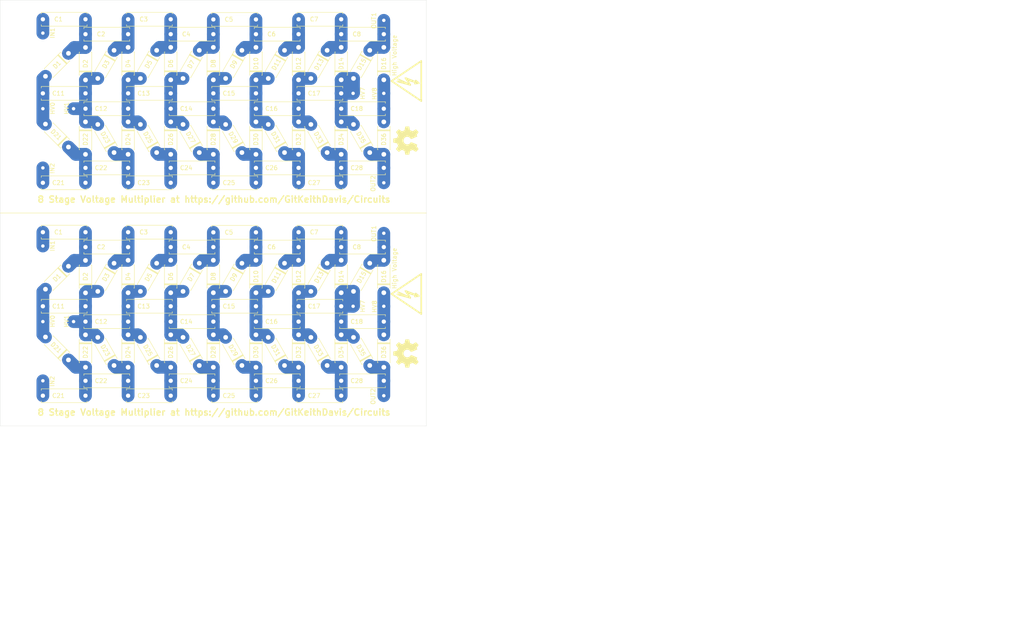
<source format=kicad_pcb>
(kicad_pcb (version 20171130) (host pcbnew 5.1.4-e60b266~84~ubuntu16.04.1)
  (title_block (title "8 stage voltage multiplier. 10p caps. 2 panels.") (company "Keith Davis") (comment 1 "Open Source Hardware") (comment 2 "Danger: High Voltage.  Use at your own risk."))
  (layers (0 F.Cu signal) (31 B.Cu signal) (34 B.Paste user) (35 F.Paste user) (36 B.SilkS user) (37 F.SilkS user) (38 B.Mask user) (39 F.Mask user) (44 Edge.Cuts user))
  (net 0 "")
  (net 1 "Net-(C1-Pad1)")
  (net 2 "Net-(C2-Pad1)")
  (net 3 "Net-(C3-Pad1)")
  (net 4 "Net-(C4-Pad1)")
  (net 5 "Net-(C5-Pad1)")
  (net 6 "Net-(C6-Pad1)")
  (net 7 "Net-(C7-Pad1)")
  (net 8 "Net-(C12-Pad1)")
  (net 9 "Net-(C13-Pad1)")
  (net 10 "Net-(C14-Pad1)")
  (net 11 "Net-(C15-Pad1)")
  (net 12 "Net-(C16-Pad1)")
  (net 13 "Net-(C21-Pad1)")
  (net 14 "Net-(C22-Pad1)")
  (net 15 "Net-(C23-Pad1)")
  (net 16 "Net-(C24-Pad1)")
  (net 17 "Net-(C25-Pad1)")
  (net 18 "Net-(C26-Pad1)")
  (net 19 "Net-(C27-Pad1)")
  (net 20 /multiplier/IN1)
  (net 21 /multiplier/OUT1)
  (net 22 /multiplier/HV0)
  (net 23 /multiplier/IN2)
  (net 24 /multiplier/OUT2)
  (net 25 /multiplier/HV1)
  (net 26 /multiplier/HV7)
  (net 27 /multiplier/HV8)
  (module custom:C_Disc_D10.5mm_W2.5mm_P10.00mm (layer F.Cu) (at 110 142.9 180)
    (fp_text reference C25 (at 6.35 0) (layer F.SilkS))
    (fp_text value 10n hide)
    (pad 1 thru_hole circle (at 0 0 180) (size 2 2) (drill 1) (layers *.Cu *.Mask))
    (pad 2 thru_hole circle (at 10 0 180) (size 2 2) (drill 1) (layers *.Cu *.Mask))
  )
  (module custom:C_Disc_D10.5mm_W2.5mm_P10.00mm (layer F.Cu) (at 80 125.5 180)
    (fp_text reference C12 (at 6.35 0) (layer F.SilkS))
    (fp_text value 10n hide)
    (pad 1 thru_hole circle (at 0 0 180) (size 2 2) (drill 1) (layers *.Cu *.Mask))
    (pad 2 thru_hole circle (at 10 0 180) (size 2 2) (drill 1) (layers *.Cu *.Mask))
  )
  (module custom:D_DO-41_SOD81_P7.62mm_Horizontal_ref_moved (layer F.Cu) (at 106.7 111.8 240)
    (fp_text reference D9 (at 3.81 0 60) (layer F.SilkS))
    (fp_text value R3000 hide)
    (pad 1 thru_hole rect (at 0 0 240) (size 2.2 2.2) (drill 1.1) (layers *.Cu *.Mask))
    (pad 2 thru_hole oval (at 7.62 0 240) (size 2.2 2.2) (drill 1.1) (layers *.Cu *.Mask))
  )
  (module "" (layer F.Cu) (at 145 125)
    (fp_text reference "" (at 145 75) (layer F.SilkS) (effects (font (size 1.27 1.27))))
    (fp_text value "" (at 145 75) (layer F.SilkS) (effects (font (size 1.27 1.27))))
  )
  (module custom:D_DO-41_SOD81_P7.62mm_Horizontal_ref_moved (layer F.Cu) (at 136.7 135.8 120)
    (fp_text reference D35 (at 4.1 0 120) (layer F.SilkS))
    (fp_text value R3000 hide)
    (pad 1 thru_hole rect (at 0 0 120) (size 2.2 2.2) (drill 1.1) (layers *.Cu *.Mask))
    (pad 2 thru_hole oval (at 7.62 0 120) (size 2.2 2.2) (drill 1.1) (layers *.Cu *.Mask))
  )
  (module MountingHole:MountingHole_3.2mm_M3 (layer F.Cu) (at 55 105)
    (fp_text reference REF** hide)
    (fp_text value MountingHole_3.2mm_M3 hide)
    (pad 1 np_thru_hole circle (at 0 0) (size 3.2 3.2) (drill 3.2) (layers *.Cu *.Mask))
  )
  (module MountingHole:MountingHole_2.2mm_M2_ISO7380 (layer F.Cu) (at 145 125)
    (fp_text reference REF** hide)
    (fp_text value MountingHole_2.2mm_M2_ISO7380 hide)
    (pad 1 np_thru_hole circle (at 0 0) (size 2.2 2.2) (drill 2.2) (layers *.Cu *.Mask))
  )
  (module Connector_Wire:SolderWirePad_1x01_Drill0.8mm (layer F.Cu) (at 60 107.75 180)
    (fp_text reference IN1 (at -2.2606 0 90) (layer F.SilkS))
    (fp_text value Conn_01x01 hide)
    (pad 1 thru_hole circle (at 0 0 180) (size 1.99898 1.99898) (drill 0.8001) (layers *.Cu *.Mask))
  )
  (module Connector_Wire:SolderWirePad_1x01_Drill0.8mm (layer F.Cu) (at 60 139.4)
    (fp_text reference IN2 (at 2.2098 0.127 270) (layer F.SilkS))
    (fp_text value Conn_01x01 hide)
    (pad 1 thru_hole circle (at 0 0) (size 1.99898 1.99898) (drill 0.8001) (layers *.Cu *.Mask))
  )
  (module custom:C_Disc_D10.5mm_W2.5mm_P10.00mm (layer F.Cu) (at 80 139.4 180)
    (fp_text reference C22 (at 6.35 0) (layer F.SilkS))
    (fp_text value 10n hide)
    (pad 1 thru_hole circle (at 0 0 180) (size 2 2) (drill 1) (layers *.Cu *.Mask))
    (pad 2 thru_hole circle (at 10 0 180) (size 2 2) (drill 1) (layers *.Cu *.Mask))
  )
  (module custom:C_Disc_D10.5mm_W2.5mm_P10.00mm (layer F.Cu) (at 140 139.4 180)
    (fp_text reference C28 (at 6.35 0) (layer F.SilkS))
    (fp_text value 10n hide)
    (pad 1 thru_hole circle (at 0 0 180) (size 2 2) (drill 1) (layers *.Cu *.Mask))
    (pad 2 thru_hole circle (at 10 0 180) (size 2 2) (drill 1) (layers *.Cu *.Mask))
  )
  (module Connector_Wire:SolderWirePad_1x01_Drill0.8mm (layer F.Cu) (at 140 142.9)
    (fp_text reference OUT2 (at -2.5064 0.1614 90) (layer F.SilkS))
    (fp_text value Conn_01x01 hide)
    (pad 1 thru_hole circle (at 0 0) (size 1.99898 1.99898) (drill 0.8001) (layers *.Cu *.Mask))
  )
  (module Connector_Wire:SolderWirePad_1x01_Drill0.8mm (layer F.Cu) (at 67.2 125.5 90)
    (fp_text reference HV1 (at 0.0762 -1.651 90) (layer F.SilkS))
    (fp_text value Conn_01x01 hide)
    (pad 1 thru_hole circle (at 0 0 90) (size 1.99898 1.99898) (drill 0.8001) (layers *.Cu *.Mask))
  )
  (module custom:D_DO-41_SOD81_P7.62mm_Horizontal_ref_moved (layer F.Cu) (at 120 128.6 270)
    (fp_text reference D32 (at 4.1 0 90) (layer F.SilkS))
    (fp_text value R3000 hide)
    (pad 1 thru_hole rect (at 0 0 270) (size 2.2 2.2) (drill 1.1) (layers *.Cu *.Mask))
    (pad 2 thru_hole oval (at 7.62 0 270) (size 2.2 2.2) (drill 1.1) (layers *.Cu *.Mask))
  )
  (module custom:D_DO-41_SOD81_P7.62mm_Horizontal_ref_moved (layer F.Cu) (at 140 118.72 90)
    (fp_text reference D16 (at 3.81 0 90) (layer F.SilkS))
    (fp_text value R3000 hide)
    (pad 1 thru_hole rect (at 0 0 90) (size 2.2 2.2) (drill 1.1) (layers *.Cu *.Mask))
    (pad 2 thru_hole oval (at 7.62 0 90) (size 2.2 2.2) (drill 1.1) (layers *.Cu *.Mask))
  )
  (module MountingHole:MountingHole_3.2mm_M3 (layer F.Cu) (at 55 145)
    (fp_text reference REF** hide)
    (fp_text value MountingHole_3.2mm_M3 hide)
    (pad 1 np_thru_hole circle (at 0 0) (size 3.2 3.2) (drill 3.2) (layers *.Cu *.Mask))
  )
  (module Connector_Wire:SolderWirePad_1x01_Drill0.8mm (layer F.Cu) (at 140 121.9)
    (fp_text reference HV8 (at -2.1762 0.0634 90) (layer F.SilkS))
    (fp_text value Conn_01x01 hide)
    (pad 1 thru_hole circle (at 0 0) (size 1.99898 1.99898) (drill 0.8001) (layers *.Cu *.Mask))
  )
  (module custom:D_DO-41_SOD81_P7.62mm_Horizontal_ref_moved (layer F.Cu) (at 136.7 111.8 240)
    (fp_text reference D15 (at 3.81 0 60) (layer F.SilkS))
    (fp_text value R3000 hide)
    (pad 1 thru_hole rect (at 0 0 240) (size 2.2 2.2) (drill 1.1) (layers *.Cu *.Mask))
    (pad 2 thru_hole oval (at 7.62 0 240) (size 2.2 2.2) (drill 1.1) (layers *.Cu *.Mask))
  )
  (module Connector_Wire:SolderWirePad_1x01_Drill0.8mm (layer F.Cu) (at 60 125.5)
    (fp_text reference HV0 (at 2.2774 -0.0798 90) (layer F.SilkS))
    (fp_text value Conn_01x01 hide)
    (pad 1 thru_hole circle (at 0 0) (size 1.99898 1.99898) (drill 0.8001) (layers *.Cu *.Mask))
  )
  (module custom:D_DO-41_SOD81_P7.62mm_Horizontal_ref_moved (layer F.Cu) (at 106.7 135.8 120)
    (fp_text reference D29 (at 4.1 0 120) (layer F.SilkS))
    (fp_text value R3000 hide)
    (pad 1 thru_hole rect (at 0 0 120) (size 2.2 2.2) (drill 1.1) (layers *.Cu *.Mask))
    (pad 2 thru_hole oval (at 7.62 0 120) (size 2.2 2.2) (drill 1.1) (layers *.Cu *.Mask))
  )
  (module custom:D_DO-41_SOD81_P7.62mm_Horizontal_ref_moved (layer F.Cu) (at 90 128.6 270)
    (fp_text reference D26 (at 4.1 0 90) (layer F.SilkS))
    (fp_text value R3000 hide)
    (pad 1 thru_hole rect (at 0 0 270) (size 2.2 2.2) (drill 1.1) (layers *.Cu *.Mask))
    (pad 2 thru_hole oval (at 7.62 0 270) (size 2.2 2.2) (drill 1.1) (layers *.Cu *.Mask))
  )
  (module custom:D_DO-41_SOD81_P7.62mm_Horizontal_ref_moved (layer F.Cu) (at 86.7 135.8 120)
    (fp_text reference D25 (at 4.1 0 120) (layer F.SilkS))
    (fp_text value R3000 hide)
    (pad 1 thru_hole rect (at 0 0 120) (size 2.2 2.2) (drill 1.1) (layers *.Cu *.Mask))
    (pad 2 thru_hole oval (at 7.62 0 120) (size 2.2 2.2) (drill 1.1) (layers *.Cu *.Mask))
  )
  (module custom:C_Disc_D10.5mm_W2.5mm_P10.00mm (layer F.Cu) (at 130 142.9 180)
    (fp_text reference C27 (at 6.35 0) (layer F.SilkS))
    (fp_text value 10n hide)
    (pad 1 thru_hole circle (at 0 0 180) (size 2 2) (drill 1) (layers *.Cu *.Mask))
    (pad 2 thru_hole circle (at 10 0 180) (size 2 2) (drill 1) (layers *.Cu *.Mask))
  )
  (module custom:C_Disc_D10.5mm_W2.5mm_P10.00mm (layer F.Cu) (at 100 139.4 180)
    (fp_text reference C24 (at 6.35 0) (layer F.SilkS))
    (fp_text value 10n hide)
    (pad 1 thru_hole circle (at 0 0 180) (size 2 2) (drill 1) (layers *.Cu *.Mask))
    (pad 2 thru_hole circle (at 10 0 180) (size 2 2) (drill 1) (layers *.Cu *.Mask))
  )
  (module custom:D_DO-41_SOD81_P7.62mm_Horizontal_ref_moved (layer F.Cu) (at 96.7 135.8 120)
    (fp_text reference D27 (at 4.1 0 120) (layer F.SilkS))
    (fp_text value R3000 hide)
    (pad 1 thru_hole rect (at 0 0 120) (size 2.2 2.2) (drill 1.1) (layers *.Cu *.Mask))
    (pad 2 thru_hole oval (at 7.62 0 120) (size 2.2 2.2) (drill 1.1) (layers *.Cu *.Mask))
  )
  (module custom:D_DO-41_SOD81_P7.62mm_Horizontal_ref_moved (layer F.Cu) (at 80 128.6 270)
    (fp_text reference D24 (at 4.1 0 90) (layer F.SilkS))
    (fp_text value R3000 hide)
    (pad 1 thru_hole rect (at 0 0 270) (size 2.2 2.2) (drill 1.1) (layers *.Cu *.Mask))
    (pad 2 thru_hole oval (at 7.62 0 270) (size 2.2 2.2) (drill 1.1) (layers *.Cu *.Mask))
  )
  (module custom:D_DO-41_SOD81_P7.62mm_Horizontal_ref_moved (layer F.Cu) (at 116.7 135.8 120)
    (fp_text reference D31 (at 4.1 0 120) (layer F.SilkS))
    (fp_text value R3000 hide)
    (pad 1 thru_hole rect (at 0 0 120) (size 2.2 2.2) (drill 1.1) (layers *.Cu *.Mask))
    (pad 2 thru_hole oval (at 7.62 0 120) (size 2.2 2.2) (drill 1.1) (layers *.Cu *.Mask))
  )
  (module custom:D_DO-41_SOD81_P7.62mm_Horizontal_ref_moved (layer F.Cu) (at 66 134.5 135)
    (fp_text reference D21 (at 4.1 0 135) (layer F.SilkS))
    (fp_text value R3000 hide)
    (pad 1 thru_hole rect (at 0 0 135) (size 2.2 2.2) (drill 1.1) (layers *.Cu *.Mask))
    (pad 2 thru_hole oval (at 7.62 0 135) (size 2.2 2.2) (drill 1.1) (layers *.Cu *.Mask))
  )
  (module Connector_Wire:SolderWirePad_1x01_Drill0.8mm (layer F.Cu) (at 132.8 121.9)
    (fp_text reference HV7 (at 2.25 0 90) (layer F.SilkS))
    (fp_text value Conn_01x01 hide)
    (pad 1 thru_hole circle (at 0 0) (size 1.99898 1.99898) (drill 0.8001) (layers *.Cu *.Mask))
  )
  (module custom:D_DO-41_SOD81_P7.62mm_Horizontal_ref_moved (layer F.Cu) (at 140 128.6 270)
    (fp_text reference D36 (at 4.1 0 90) (layer F.SilkS))
    (fp_text value R3000 hide)
    (pad 1 thru_hole rect (at 0 0 270) (size 2.2 2.2) (drill 1.1) (layers *.Cu *.Mask))
    (pad 2 thru_hole oval (at 7.62 0 270) (size 2.2 2.2) (drill 1.1) (layers *.Cu *.Mask))
  )
  (module MountingHole:MountingHole_2.2mm_M2_ISO7380 (layer F.Cu) (at 55 125)
    (fp_text reference REF** hide)
    (fp_text value MountingHole_2.2mm_M2_ISO7380 hide)
    (pad 1 np_thru_hole circle (at 0 0) (size 2.2 2.2) (drill 2.2) (layers *.Cu *.Mask))
  )
  (module custom:C_Disc_D10.5mm_W2.5mm_P10.00mm (layer F.Cu) (at 130 121.9 180)
    (fp_text reference C17 (at 6.35 0) (layer F.SilkS))
    (fp_text value 10n hide)
    (pad 1 thru_hole circle (at 0 0 180) (size 2 2) (drill 1) (layers *.Cu *.Mask))
    (pad 2 thru_hole circle (at 10 0 180) (size 2 2) (drill 1) (layers *.Cu *.Mask))
  )
  (module custom:C_Disc_D10.5mm_W2.5mm_P10.00mm (layer F.Cu) (at 120 108 180)
    (fp_text reference C6 (at 6.35 0) (layer F.SilkS))
    (fp_text value 10n hide)
    (pad 1 thru_hole circle (at 0 0 180) (size 2 2) (drill 1) (layers *.Cu *.Mask))
    (pad 2 thru_hole circle (at 10 0 180) (size 2 2) (drill 1) (layers *.Cu *.Mask))
  )
  (module custom:C_Disc_D10.5mm_W2.5mm_P10.00mm (layer F.Cu) (at 140 125.5 180)
    (fp_text reference C18 (at 6.35 0) (layer F.SilkS))
    (fp_text value 10n hide)
    (pad 1 thru_hole circle (at 0 0 180) (size 2 2) (drill 1) (layers *.Cu *.Mask))
    (pad 2 thru_hole circle (at 10 0 180) (size 2 2) (drill 1) (layers *.Cu *.Mask))
  )
  (module custom:C_Disc_D10.5mm_W2.5mm_P10.00mm (layer F.Cu) (at 130 104.5 180)
    (fp_text reference C7 (at 6.35 0) (layer F.SilkS))
    (fp_text value 10n hide)
    (pad 1 thru_hole circle (at 0 0 180) (size 2 2) (drill 1) (layers *.Cu *.Mask))
    (pad 2 thru_hole circle (at 10 0 180) (size 2 2) (drill 1) (layers *.Cu *.Mask))
  )
  (module custom:C_Disc_D10.5mm_W2.5mm_P10.00mm (layer F.Cu) (at 90 121.9 180)
    (fp_text reference C13 (at 6.35 0) (layer F.SilkS))
    (fp_text value 10n hide)
    (pad 1 thru_hole circle (at 0 0 180) (size 2 2) (drill 1) (layers *.Cu *.Mask))
    (pad 2 thru_hole circle (at 10 0 180) (size 2 2) (drill 1) (layers *.Cu *.Mask))
  )
  (module custom:C_Disc_D10.5mm_W2.5mm_P10.00mm (layer F.Cu) (at 70 121.9 180)
    (fp_text reference C11 (at 6.35 0) (layer F.SilkS))
    (fp_text value 10n hide)
    (pad 1 thru_hole circle (at 0 0 180) (size 2 2) (drill 1) (layers *.Cu *.Mask))
    (pad 2 thru_hole circle (at 10 0 180) (size 2 2) (drill 1) (layers *.Cu *.Mask))
  )
  (module custom:C_Disc_D10.5mm_W2.5mm_P10.00mm (layer F.Cu) (at 70 142.9 180)
    (fp_text reference C21 (at 6.35 0) (layer F.SilkS))
    (fp_text value 10n hide)
    (pad 1 thru_hole circle (at 0 0 180) (size 2 2) (drill 1) (layers *.Cu *.Mask))
    (pad 2 thru_hole circle (at 10 0 180) (size 2 2) (drill 1) (layers *.Cu *.Mask))
  )
  (module custom:D_DO-41_SOD81_P7.62mm_Horizontal_ref_moved (layer F.Cu) (at 110 118.72 90)
    (fp_text reference D10 (at 3.81 0 90) (layer F.SilkS))
    (fp_text value R3000 hide)
    (pad 1 thru_hole rect (at 0 0 90) (size 2.2 2.2) (drill 1.1) (layers *.Cu *.Mask))
    (pad 2 thru_hole oval (at 7.62 0 90) (size 2.2 2.2) (drill 1.1) (layers *.Cu *.Mask))
  )
  (module custom:D_DO-41_SOD81_P7.62mm_Horizontal_ref_moved (layer F.Cu) (at 126.7 111.8 240)
    (fp_text reference D13 (at 3.81 0 60) (layer F.SilkS))
    (fp_text value R3000 hide)
    (pad 1 thru_hole rect (at 0 0 240) (size 2.2 2.2) (drill 1.1) (layers *.Cu *.Mask))
    (pad 2 thru_hole oval (at 7.62 0 240) (size 2.2 2.2) (drill 1.1) (layers *.Cu *.Mask))
  )
  (module custom:D_DO-41_SOD81_P7.62mm_Horizontal_ref_moved (layer F.Cu) (at 90 118.72 90)
    (fp_text reference D6 (at 3.81 0 90) (layer F.SilkS))
    (fp_text value R3000 hide)
    (pad 1 thru_hole rect (at 0 0 90) (size 2.2 2.2) (drill 1.1) (layers *.Cu *.Mask))
    (pad 2 thru_hole oval (at 7.62 0 90) (size 2.2 2.2) (drill 1.1) (layers *.Cu *.Mask))
  )
  (module custom:C_Disc_D10.5mm_W2.5mm_P10.00mm (layer F.Cu) (at 100 125.5 180)
    (fp_text reference C14 (at 6.35 0) (layer F.SilkS))
    (fp_text value 10n hide)
    (pad 1 thru_hole circle (at 0 0 180) (size 2 2) (drill 1) (layers *.Cu *.Mask))
    (pad 2 thru_hole circle (at 10 0 180) (size 2 2) (drill 1) (layers *.Cu *.Mask))
  )
  (module custom:D_DO-41_SOD81_P7.62mm_Horizontal_ref_moved (layer F.Cu) (at 116.7 111.8 240)
    (fp_text reference D11 (at 3.81 0 60) (layer F.SilkS))
    (fp_text value R3000 hide)
    (pad 1 thru_hole rect (at 0 0 240) (size 2.2 2.2) (drill 1.1) (layers *.Cu *.Mask))
    (pad 2 thru_hole oval (at 7.62 0 240) (size 2.2 2.2) (drill 1.1) (layers *.Cu *.Mask))
  )
  (module custom:C_Disc_D10.5mm_W2.5mm_P10.00mm (layer F.Cu) (at 120 125.5 180)
    (fp_text reference C16 (at 6.35 0) (layer F.SilkS))
    (fp_text value 10n hide)
    (pad 1 thru_hole circle (at 0 0 180) (size 2 2) (drill 1) (layers *.Cu *.Mask))
    (pad 2 thru_hole circle (at 10 0 180) (size 2 2) (drill 1) (layers *.Cu *.Mask))
  )
  (module custom:C_Disc_D10.5mm_W2.5mm_P10.00mm (layer F.Cu) (at 90 142.9 180)
    (fp_text reference C23 (at 6.35 0) (layer F.SilkS))
    (fp_text value 10n hide)
    (pad 1 thru_hole circle (at 0 0 180) (size 2 2) (drill 1) (layers *.Cu *.Mask))
    (pad 2 thru_hole circle (at 10 0 180) (size 2 2) (drill 1) (layers *.Cu *.Mask))
  )
  (module Connector_Wire:SolderWirePad_1x01_Drill0.8mm (layer F.Cu) (at 140 104.75)
    (fp_text reference OUT1 (at -2.3286 0.0802 90) (layer F.SilkS))
    (fp_text value Conn_01x01 hide)
    (pad 1 thru_hole circle (at 0 0) (size 1.99898 1.99898) (drill 0.8001) (layers *.Cu *.Mask))
  )
  (module custom:C_Disc_D10.5mm_W2.5mm_P10.00mm (layer F.Cu) (at 110 121.9 180)
    (fp_text reference C15 (at 6.35 0) (layer F.SilkS))
    (fp_text value 10n hide)
    (pad 1 thru_hole circle (at 0 0 180) (size 2 2) (drill 1) (layers *.Cu *.Mask))
    (pad 2 thru_hole circle (at 10 0 180) (size 2 2) (drill 1) (layers *.Cu *.Mask))
  )
  (module custom:D_DO-41_SOD81_P7.62mm_Horizontal_ref_moved (layer F.Cu) (at 130 128.6 270)
    (fp_text reference D34 (at 4.1 0 90) (layer F.SilkS))
    (fp_text value R3000 hide)
    (pad 1 thru_hole rect (at 0 0 270) (size 2.2 2.2) (drill 1.1) (layers *.Cu *.Mask))
    (pad 2 thru_hole oval (at 7.62 0 270) (size 2.2 2.2) (drill 1.1) (layers *.Cu *.Mask))
  )
  (module custom:D_DO-41_SOD81_P7.62mm_Horizontal_ref_moved (layer F.Cu) (at 86.7 111.8 240)
    (fp_text reference D5 (at 3.81 0 60) (layer F.SilkS))
    (fp_text value R3000 hide)
    (pad 1 thru_hole rect (at 0 0 240) (size 2.2 2.2) (drill 1.1) (layers *.Cu *.Mask))
    (pad 2 thru_hole oval (at 7.62 0 240) (size 2.2 2.2) (drill 1.1) (layers *.Cu *.Mask))
  )
  (module custom:C_Disc_D10.5mm_W2.5mm_P10.00mm (layer F.Cu) (at 120 139.4 180)
    (fp_text reference C26 (at 6.35 0) (layer F.SilkS))
    (fp_text value 10n hide)
    (pad 1 thru_hole circle (at 0 0 180) (size 2 2) (drill 1) (layers *.Cu *.Mask))
    (pad 2 thru_hole circle (at 10 0 180) (size 2 2) (drill 1) (layers *.Cu *.Mask))
  )
  (module custom:C_Disc_D10.5mm_W2.5mm_P10.00mm (layer F.Cu) (at 80 108 180)
    (fp_text reference C2 (at 6.35 0) (layer F.SilkS))
    (fp_text value 10n hide)
    (pad 1 thru_hole circle (at 0 0 180) (size 2 2) (drill 1) (layers *.Cu *.Mask))
    (pad 2 thru_hole circle (at 10 0 180) (size 2 2) (drill 1) (layers *.Cu *.Mask))
  )
  (module custom:C_Disc_D10.5mm_W2.5mm_P10.00mm (layer F.Cu) (at 140 108 180)
    (fp_text reference C8 (at 6.35 0) (layer F.SilkS))
    (fp_text value 10n hide)
    (pad 1 thru_hole circle (at 0 0 180) (size 2 2) (drill 1) (layers *.Cu *.Mask))
    (pad 2 thru_hole circle (at 10 0 180) (size 2 2) (drill 1) (layers *.Cu *.Mask))
  )
  (module custom:D_DO-41_SOD81_P7.62mm_Horizontal_ref_moved (layer F.Cu) (at 76.7 135.8 120)
    (fp_text reference D23 (at 4.1 0 120) (layer F.SilkS))
    (fp_text value R3000 hide)
    (pad 1 thru_hole rect (at 0 0 120) (size 2.2 2.2) (drill 1.1) (layers *.Cu *.Mask))
    (pad 2 thru_hole oval (at 7.62 0 120) (size 2.2 2.2) (drill 1.1) (layers *.Cu *.Mask))
  )
  (module custom:D_DO-41_SOD81_P7.62mm_Horizontal_ref_moved (layer F.Cu) (at 70 118.75 90)
    (fp_text reference D2 (at 3.81 0 90) (layer F.SilkS))
    (fp_text value R3000 hide)
    (pad 1 thru_hole rect (at 0 0 90) (size 2.2 2.2) (drill 1.1) (layers *.Cu *.Mask))
    (pad 2 thru_hole oval (at 7.62 0 90) (size 2.2 2.2) (drill 1.1) (layers *.Cu *.Mask))
  )
  (module custom:C_Disc_D10.5mm_W2.5mm_P10.00mm (layer F.Cu) (at 110 104.54 180)
    (fp_text reference C5 (at 6.35 0) (layer F.SilkS))
    (fp_text value 10n hide)
    (pad 1 thru_hole circle (at 0 0 180) (size 2 2) (drill 1) (layers *.Cu *.Mask))
    (pad 2 thru_hole circle (at 10 0 180) (size 2 2) (drill 1) (layers *.Cu *.Mask))
  )
  (module custom:C_Disc_D10.5mm_W2.5mm_P10.00mm (layer F.Cu) (at 70 104.5 180)
    (fp_text reference C1 (at 6.35 0) (layer F.SilkS))
    (fp_text value 10n hide)
    (pad 1 thru_hole circle (at 0 0 180) (size 2 2) (drill 1) (layers *.Cu *.Mask))
    (pad 2 thru_hole circle (at 10 0 180) (size 2 2) (drill 1) (layers *.Cu *.Mask))
  )
  (module custom:D_DO-41_SOD81_P7.62mm_Horizontal_ref_moved (layer F.Cu) (at 120 118.72 90)
    (fp_text reference D12 (at 3.81 0 90) (layer F.SilkS))
    (fp_text value R3000 hide)
    (pad 1 thru_hole rect (at 0 0 90) (size 2.2 2.2) (drill 1.1) (layers *.Cu *.Mask))
    (pad 2 thru_hole oval (at 7.62 0 90) (size 2.2 2.2) (drill 1.1) (layers *.Cu *.Mask))
  )
  (module custom:C_Disc_D10.5mm_W2.5mm_P10.00mm (layer F.Cu) (at 100 108 180)
    (fp_text reference C4 (at 6.35 0) (layer F.SilkS))
    (fp_text value 10n hide)
    (pad 1 thru_hole circle (at 0 0 180) (size 2 2) (drill 1) (layers *.Cu *.Mask))
    (pad 2 thru_hole circle (at 10 0 180) (size 2 2) (drill 1) (layers *.Cu *.Mask))
  )
  (module custom:D_DO-41_SOD81_P7.62mm_Horizontal_ref_moved (layer F.Cu) (at 70 128.6 270)
    (fp_text reference D22 (at 4.1 0 90) (layer F.SilkS))
    (fp_text value R3000 hide)
    (pad 1 thru_hole rect (at 0 0 270) (size 2.2 2.2) (drill 1.1) (layers *.Cu *.Mask))
    (pad 2 thru_hole oval (at 7.62 0 270) (size 2.2 2.2) (drill 1.1) (layers *.Cu *.Mask))
  )
  (module custom:D_DO-41_SOD81_P7.62mm_Horizontal_ref_moved (layer F.Cu) (at 80 118.72 90)
    (fp_text reference D4 (at 3.81 0 90) (layer F.SilkS))
    (fp_text value R3000 hide)
    (pad 1 thru_hole rect (at 0 0 90) (size 2.2 2.2) (drill 1.1) (layers *.Cu *.Mask))
    (pad 2 thru_hole oval (at 7.62 0 90) (size 2.2 2.2) (drill 1.1) (layers *.Cu *.Mask))
  )
  (module custom:D_DO-41_SOD81_P7.62mm_Horizontal_ref_moved (layer F.Cu) (at 100 128.6 270)
    (fp_text reference D28 (at 4.1 0 90) (layer F.SilkS))
    (fp_text value R3000 hide)
    (pad 1 thru_hole rect (at 0 0 270) (size 2.2 2.2) (drill 1.1) (layers *.Cu *.Mask))
    (pad 2 thru_hole oval (at 7.62 0 270) (size 2.2 2.2) (drill 1.1) (layers *.Cu *.Mask))
  )
  (module custom:D_DO-41_SOD81_P7.62mm_Horizontal_ref_moved (layer F.Cu) (at 100 118.72 90)
    (fp_text reference D8 (at 3.81 0 90) (layer F.SilkS))
    (fp_text value R3000 hide)
    (pad 1 thru_hole rect (at 0 0 90) (size 2.2 2.2) (drill 1.1) (layers *.Cu *.Mask))
    (pad 2 thru_hole oval (at 7.62 0 90) (size 2.2 2.2) (drill 1.1) (layers *.Cu *.Mask))
  )
  (module custom:C_Disc_D10.5mm_W2.5mm_P10.00mm (layer F.Cu) (at 90 104.5 180)
    (fp_text reference C3 (at 6.35 0) (layer F.SilkS))
    (fp_text value 10n hide)
    (pad 1 thru_hole circle (at 0 0 180) (size 2 2) (drill 1) (layers *.Cu *.Mask))
    (pad 2 thru_hole circle (at 10 0 180) (size 2 2) (drill 1) (layers *.Cu *.Mask))
  )
  (module custom:D_DO-41_SOD81_P7.62mm_Horizontal_ref_moved (layer F.Cu) (at 66 112.5 225)
    (fp_text reference D1 (at 3.81 0 45) (layer F.SilkS))
    (fp_text value R3000 hide)
    (pad 1 thru_hole rect (at 0 0 225) (size 2.2 2.2) (drill 1.1) (layers *.Cu *.Mask))
    (pad 2 thru_hole oval (at 7.62 0 225) (size 2.2 2.2) (drill 1.1) (layers *.Cu *.Mask))
  )
  (module Symbol:OSHW-Symbol_6.7x6mm_SilkScreen (layer F.Cu) (at 145.2 133 90)
    (fp_text reference REF** hide)
    (fp_text value OSHW-Symbol_6.7x6mm_SilkScreen hide)
  )
  (module custom:D_DO-41_SOD81_P7.62mm_Horizontal_ref_moved (layer F.Cu) (at 76.7 111.8 240)
    (fp_text reference D3 (at 3.81 0 60) (layer F.SilkS))
    (fp_text value R3000 hide)
    (pad 1 thru_hole rect (at 0 0 240) (size 2.2 2.2) (drill 1.1) (layers *.Cu *.Mask))
    (pad 2 thru_hole oval (at 7.62 0 240) (size 2.2 2.2) (drill 1.1) (layers *.Cu *.Mask))
  )
  (module custom:D_DO-41_SOD81_P7.62mm_Horizontal_ref_moved (layer F.Cu) (at 126.7 135.8 120)
    (fp_text reference D33 (at 4.072 0 120) (layer F.SilkS))
    (fp_text value R3000 hide)
    (pad 1 thru_hole rect (at 0 0 120) (size 2.2 2.2) (drill 1.1) (layers *.Cu *.Mask))
    (pad 2 thru_hole oval (at 7.62 0 120) (size 2.2 2.2) (drill 1.1) (layers *.Cu *.Mask))
  )
  (module custom:D_DO-41_SOD81_P7.62mm_Horizontal_ref_moved (layer F.Cu) (at 110 128.6 270)
    (fp_text reference D30 (at 4.1 0 90) (layer F.SilkS))
    (fp_text value R3000 hide)
    (pad 1 thru_hole rect (at 0 0 270) (size 2.2 2.2) (drill 1.1) (layers *.Cu *.Mask))
    (pad 2 thru_hole oval (at 7.62 0 270) (size 2.2 2.2) (drill 1.1) (layers *.Cu *.Mask))
  )
  (module custom:D_DO-41_SOD81_P7.62mm_Horizontal_ref_moved (layer F.Cu) (at 130 118.72 90)
    (fp_text reference D14 (at 3.81 0 90) (layer F.SilkS))
    (fp_text value R3000 hide)
    (pad 1 thru_hole rect (at 0 0 90) (size 2.2 2.2) (drill 1.1) (layers *.Cu *.Mask))
    (pad 2 thru_hole oval (at 7.62 0 90) (size 2.2 2.2) (drill 1.1) (layers *.Cu *.Mask))
  )
  (module MountingHole:MountingHole_3.2mm_M3 (layer F.Cu) (at 145 105)
    (fp_text reference REF** hide)
    (fp_text value MountingHole_3.2mm_M3 hide)
    (pad 1 np_thru_hole circle (at 0 0) (size 3.2 3.2) (drill 3.2) (layers *.Cu *.Mask))
  )
  (module MountingHole:MountingHole_3.2mm_M3 (layer F.Cu) (at 145 145)
    (fp_text reference REF** hide)
    (fp_text value MountingHole_3.2mm_M3 hide)
    (pad 1 np_thru_hole circle (at 0 0) (size 3.2 3.2) (drill 3.2) (layers *.Cu *.Mask))
  )
  (module custom:Symbol_HighVoltage_Type2_FSilk_Small (layer F.Cu) (at 146 119 90)
    (fp_text reference "High Voltage" (at 6 -3.5 90) (layer F.SilkS))
    (fp_text value Symbol_HighVoltage_Type2_FSilk_Small hide)
  )
  (module custom:D_DO-41_SOD81_P7.62mm_Horizontal_ref_moved (layer F.Cu) (at 96.7 111.8 240)
    (fp_text reference D7 (at 3.81 0 60) (layer F.SilkS))
    (fp_text value R3000 hide)
    (pad 1 thru_hole rect (at 0 0 240) (size 2.2 2.2) (drill 1.1) (layers *.Cu *.Mask))
    (pad 2 thru_hole oval (at 7.62 0 240) (size 2.2 2.2) (drill 1.1) (layers *.Cu *.Mask))
  )
  (module MountingHole:MountingHole_2.2mm_M2_ISO7380 (layer F.Cu) (at 55 75)
    (fp_text reference REF** hide)
    (fp_text value MountingHole_2.2mm_M2_ISO7380 hide)
    (pad 1 np_thru_hole circle (at 0 0) (size 2.2 2.2) (drill 2.2) (layers *.Cu *.Mask))
  )
  (module "" (layer F.Cu) (at 145 75)
    (fp_text reference "" (at 145 75) (layer F.SilkS) (effects (font (size 1.27 1.27))))
    (fp_text value "" (at 145 75) (layer F.SilkS) (effects (font (size 1.27 1.27))))
  )
  (module MountingHole:MountingHole_2.2mm_M2_ISO7380 (layer F.Cu) (at 145 75)
    (fp_text reference REF** hide)
    (fp_text value MountingHole_2.2mm_M2_ISO7380 hide)
    (pad 1 np_thru_hole circle (at 0 0) (size 2.2 2.2) (drill 2.2) (layers *.Cu *.Mask))
  )
  (module MountingHole:MountingHole_3.2mm_M3 (layer F.Cu) (at 145 55)
    (fp_text reference REF** hide)
    (fp_text value MountingHole_3.2mm_M3 hide)
    (pad 1 np_thru_hole circle (at 0 0) (size 3.2 3.2) (drill 3.2) (layers *.Cu *.Mask))
  )
  (module MountingHole:MountingHole_3.2mm_M3 (layer F.Cu) (at 145 95)
    (fp_text reference REF** hide)
    (fp_text value MountingHole_3.2mm_M3 hide)
    (pad 1 np_thru_hole circle (at 0 0) (size 3.2 3.2) (drill 3.2) (layers *.Cu *.Mask))
  )
  (module MountingHole:MountingHole_3.2mm_M3 (layer F.Cu) (at 55 95)
    (fp_text reference REF** hide)
    (fp_text value MountingHole_3.2mm_M3 hide)
    (pad 1 np_thru_hole circle (at 0 0) (size 3.2 3.2) (drill 3.2) (layers *.Cu *.Mask))
  )
  (module MountingHole:MountingHole_3.2mm_M3 (layer F.Cu) (at 55 55)
    (fp_text reference REF** hide)
    (fp_text value MountingHole_3.2mm_M3 hide)
    (pad 1 np_thru_hole circle (at 0 0) (size 3.2 3.2) (drill 3.2) (layers *.Cu *.Mask))
  )
  (module Symbol:OSHW-Symbol_6.7x6mm_SilkScreen (layer F.Cu) (at 145.2 83 90)
    (fp_text reference REF** hide)
    (fp_text value OSHW-Symbol_6.7x6mm_SilkScreen hide)
  )
  (module custom:Symbol_HighVoltage_Type2_FSilk_Small (layer F.Cu) (at 146 69 90)
    (fp_text reference "High Voltage" (at 6 -3.5 90) (layer F.SilkS))
    (fp_text value Symbol_HighVoltage_Type2_FSilk_Small hide)
  )
  (module Connector_Wire:SolderWirePad_1x01_Drill0.8mm (layer F.Cu) (at 67.2 75.5 90)
    (fp_text reference HV1 (at 0.0762 -1.651 90) (layer F.SilkS))
    (fp_text value Conn_01x01 hide)
    (pad 1 thru_hole circle (at 0 0 90) (size 1.99898 1.99898) (drill 0.8001) (layers *.Cu *.Mask) (net 25 /multiplier/HV1))
  )
  (module Connector_Wire:SolderWirePad_1x01_Drill0.8mm (layer F.Cu) (at 60 89.4)
    (fp_text reference IN2 (at 2.2098 0.127 270) (layer F.SilkS))
    (fp_text value Conn_01x01 hide)
    (pad 1 thru_hole circle (at 0 0) (size 1.99898 1.99898) (drill 0.8001) (layers *.Cu *.Mask) (net 23 /multiplier/IN2))
  )
  (module Connector_Wire:SolderWirePad_1x01_Drill0.8mm (layer F.Cu) (at 60 57.75 180)
    (fp_text reference IN1 (at -2.2606 0 90) (layer F.SilkS))
    (fp_text value Conn_01x01 hide)
    (pad 1 thru_hole circle (at 0 0 180) (size 1.99898 1.99898) (drill 0.8001) (layers *.Cu *.Mask) (net 20 /multiplier/IN1))
  )
  (module Connector_Wire:SolderWirePad_1x01_Drill0.8mm (layer F.Cu) (at 132.8 71.9)
    (fp_text reference HV7 (at 2.25 0 90) (layer F.SilkS))
    (fp_text value Conn_01x01 hide)
    (pad 1 thru_hole circle (at 0 0) (size 1.99898 1.99898) (drill 0.8001) (layers *.Cu *.Mask) (net 26 /multiplier/HV7))
  )
  (module Connector_Wire:SolderWirePad_1x01_Drill0.8mm (layer F.Cu) (at 140 54.75)
    (fp_text reference OUT1 (at -2.3286 0.0802 90) (layer F.SilkS))
    (fp_text value Conn_01x01 hide)
    (pad 1 thru_hole circle (at 0 0) (size 1.99898 1.99898) (drill 0.8001) (layers *.Cu *.Mask) (net 21 /multiplier/OUT1))
  )
  (module Connector_Wire:SolderWirePad_1x01_Drill0.8mm (layer F.Cu) (at 60 75.5)
    (fp_text reference HV0 (at 2.2774 -0.0798 90) (layer F.SilkS))
    (fp_text value Conn_01x01 hide)
    (pad 1 thru_hole circle (at 0 0) (size 1.99898 1.99898) (drill 0.8001) (layers *.Cu *.Mask) (net 22 /multiplier/HV0))
  )
  (module Connector_Wire:SolderWirePad_1x01_Drill0.8mm (layer F.Cu) (at 140 92.9)
    (fp_text reference OUT2 (at -2.5064 0.1614 90) (layer F.SilkS))
    (fp_text value Conn_01x01 hide)
    (pad 1 thru_hole circle (at 0 0) (size 1.99898 1.99898) (drill 0.8001) (layers *.Cu *.Mask) (net 24 /multiplier/OUT2))
  )
  (module Connector_Wire:SolderWirePad_1x01_Drill0.8mm (layer F.Cu) (at 140 71.9)
    (fp_text reference HV8 (at -2.1762 0.0634 90) (layer F.SilkS))
    (fp_text value Conn_01x01 hide)
    (pad 1 thru_hole circle (at 0 0) (size 1.99898 1.99898) (drill 0.8001) (layers *.Cu *.Mask) (net 27 /multiplier/HV8))
  )
  (module custom:C_Disc_D10.5mm_W2.5mm_P10.00mm (layer F.Cu) (at 140 89.4 180)
    (fp_text reference C28 (at 6.35 0) (layer F.SilkS))
    (fp_text value 10n hide)
    (pad 2 thru_hole circle (at 10 0 180) (size 2 2) (drill 1) (layers *.Cu *.Mask) (net 19 "Net-(C27-Pad1)"))
    (pad 1 thru_hole circle (at 0 0 180) (size 2 2) (drill 1) (layers *.Cu *.Mask) (net 24 /multiplier/OUT2))
  )
  (module custom:C_Disc_D10.5mm_W2.5mm_P10.00mm (layer F.Cu) (at 130 92.9 180)
    (fp_text reference C27 (at 6.35 0) (layer F.SilkS))
    (fp_text value 10n hide)
    (pad 2 thru_hole circle (at 10 0 180) (size 2 2) (drill 1) (layers *.Cu *.Mask) (net 18 "Net-(C26-Pad1)"))
    (pad 1 thru_hole circle (at 0 0 180) (size 2 2) (drill 1) (layers *.Cu *.Mask) (net 19 "Net-(C27-Pad1)"))
  )
  (module custom:C_Disc_D10.5mm_W2.5mm_P10.00mm (layer F.Cu) (at 120 89.4 180)
    (fp_text reference C26 (at 6.35 0) (layer F.SilkS))
    (fp_text value 10n hide)
    (pad 2 thru_hole circle (at 10 0 180) (size 2 2) (drill 1) (layers *.Cu *.Mask) (net 17 "Net-(C25-Pad1)"))
    (pad 1 thru_hole circle (at 0 0 180) (size 2 2) (drill 1) (layers *.Cu *.Mask) (net 18 "Net-(C26-Pad1)"))
  )
  (module custom:C_Disc_D10.5mm_W2.5mm_P10.00mm (layer F.Cu) (at 110 92.9 180)
    (fp_text reference C25 (at 6.35 0) (layer F.SilkS))
    (fp_text value 10n hide)
    (pad 2 thru_hole circle (at 10 0 180) (size 2 2) (drill 1) (layers *.Cu *.Mask) (net 16 "Net-(C24-Pad1)"))
    (pad 1 thru_hole circle (at 0 0 180) (size 2 2) (drill 1) (layers *.Cu *.Mask) (net 17 "Net-(C25-Pad1)"))
  )
  (module custom:C_Disc_D10.5mm_W2.5mm_P10.00mm (layer F.Cu) (at 100 89.4 180)
    (fp_text reference C24 (at 6.35 0) (layer F.SilkS))
    (fp_text value 10n hide)
    (pad 2 thru_hole circle (at 10 0 180) (size 2 2) (drill 1) (layers *.Cu *.Mask) (net 15 "Net-(C23-Pad1)"))
    (pad 1 thru_hole circle (at 0 0 180) (size 2 2) (drill 1) (layers *.Cu *.Mask) (net 16 "Net-(C24-Pad1)"))
  )
  (module custom:C_Disc_D10.5mm_W2.5mm_P10.00mm (layer F.Cu) (at 90 92.9 180)
    (fp_text reference C23 (at 6.35 0) (layer F.SilkS))
    (fp_text value 10n hide)
    (pad 2 thru_hole circle (at 10 0 180) (size 2 2) (drill 1) (layers *.Cu *.Mask) (net 14 "Net-(C22-Pad1)"))
    (pad 1 thru_hole circle (at 0 0 180) (size 2 2) (drill 1) (layers *.Cu *.Mask) (net 15 "Net-(C23-Pad1)"))
  )
  (module custom:C_Disc_D10.5mm_W2.5mm_P10.00mm (layer F.Cu) (at 80 89.4 180)
    (fp_text reference C22 (at 6.35 0) (layer F.SilkS))
    (fp_text value 10n hide)
    (pad 2 thru_hole circle (at 10 0 180) (size 2 2) (drill 1) (layers *.Cu *.Mask) (net 13 "Net-(C21-Pad1)"))
    (pad 1 thru_hole circle (at 0 0 180) (size 2 2) (drill 1) (layers *.Cu *.Mask) (net 14 "Net-(C22-Pad1)"))
  )
  (module custom:C_Disc_D10.5mm_W2.5mm_P10.00mm (layer F.Cu) (at 70 92.9 180)
    (fp_text reference C21 (at 6.35 0) (layer F.SilkS))
    (fp_text value 10n hide)
    (pad 2 thru_hole circle (at 10 0 180) (size 2 2) (drill 1) (layers *.Cu *.Mask) (net 23 /multiplier/IN2))
    (pad 1 thru_hole circle (at 0 0 180) (size 2 2) (drill 1) (layers *.Cu *.Mask) (net 13 "Net-(C21-Pad1)"))
  )
  (module custom:C_Disc_D10.5mm_W2.5mm_P10.00mm (layer F.Cu) (at 140 75.5 180)
    (fp_text reference C18 (at 6.35 0) (layer F.SilkS))
    (fp_text value 10n hide)
    (pad 2 thru_hole circle (at 10 0 180) (size 2 2) (drill 1) (layers *.Cu *.Mask) (net 26 /multiplier/HV7))
    (pad 1 thru_hole circle (at 0 0 180) (size 2 2) (drill 1) (layers *.Cu *.Mask) (net 27 /multiplier/HV8))
  )
  (module custom:C_Disc_D10.5mm_W2.5mm_P10.00mm (layer F.Cu) (at 130 71.9 180)
    (fp_text reference C17 (at 6.35 0) (layer F.SilkS))
    (fp_text value 10n hide)
    (pad 2 thru_hole circle (at 10 0 180) (size 2 2) (drill 1) (layers *.Cu *.Mask) (net 12 "Net-(C16-Pad1)"))
    (pad 1 thru_hole circle (at 0 0 180) (size 2 2) (drill 1) (layers *.Cu *.Mask) (net 26 /multiplier/HV7))
  )
  (module custom:C_Disc_D10.5mm_W2.5mm_P10.00mm (layer F.Cu) (at 120 75.5 180)
    (fp_text reference C16 (at 6.35 0) (layer F.SilkS))
    (fp_text value 10n hide)
    (pad 2 thru_hole circle (at 10 0 180) (size 2 2) (drill 1) (layers *.Cu *.Mask) (net 11 "Net-(C15-Pad1)"))
    (pad 1 thru_hole circle (at 0 0 180) (size 2 2) (drill 1) (layers *.Cu *.Mask) (net 12 "Net-(C16-Pad1)"))
  )
  (module custom:C_Disc_D10.5mm_W2.5mm_P10.00mm (layer F.Cu) (at 110 71.9 180)
    (fp_text reference C15 (at 6.35 0) (layer F.SilkS))
    (fp_text value 10n hide)
    (pad 2 thru_hole circle (at 10 0 180) (size 2 2) (drill 1) (layers *.Cu *.Mask) (net 10 "Net-(C14-Pad1)"))
    (pad 1 thru_hole circle (at 0 0 180) (size 2 2) (drill 1) (layers *.Cu *.Mask) (net 11 "Net-(C15-Pad1)"))
  )
  (module custom:C_Disc_D10.5mm_W2.5mm_P10.00mm (layer F.Cu) (at 100 75.5 180)
    (fp_text reference C14 (at 6.35 0) (layer F.SilkS))
    (fp_text value 10n hide)
    (pad 2 thru_hole circle (at 10 0 180) (size 2 2) (drill 1) (layers *.Cu *.Mask) (net 9 "Net-(C13-Pad1)"))
    (pad 1 thru_hole circle (at 0 0 180) (size 2 2) (drill 1) (layers *.Cu *.Mask) (net 10 "Net-(C14-Pad1)"))
  )
  (module custom:C_Disc_D10.5mm_W2.5mm_P10.00mm (layer F.Cu) (at 90 71.9 180)
    (fp_text reference C13 (at 6.35 0) (layer F.SilkS))
    (fp_text value 10n hide)
    (pad 2 thru_hole circle (at 10 0 180) (size 2 2) (drill 1) (layers *.Cu *.Mask) (net 8 "Net-(C12-Pad1)"))
    (pad 1 thru_hole circle (at 0 0 180) (size 2 2) (drill 1) (layers *.Cu *.Mask) (net 9 "Net-(C13-Pad1)"))
  )
  (module custom:C_Disc_D10.5mm_W2.5mm_P10.00mm (layer F.Cu) (at 80 75.5 180)
    (fp_text reference C12 (at 6.35 0) (layer F.SilkS))
    (fp_text value 10n hide)
    (pad 2 thru_hole circle (at 10 0 180) (size 2 2) (drill 1) (layers *.Cu *.Mask) (net 25 /multiplier/HV1))
    (pad 1 thru_hole circle (at 0 0 180) (size 2 2) (drill 1) (layers *.Cu *.Mask) (net 8 "Net-(C12-Pad1)"))
  )
  (module custom:C_Disc_D10.5mm_W2.5mm_P10.00mm (layer F.Cu) (at 70 71.9 180)
    (fp_text reference C11 (at 6.35 0) (layer F.SilkS))
    (fp_text value 10n hide)
    (pad 2 thru_hole circle (at 10 0 180) (size 2 2) (drill 1) (layers *.Cu *.Mask) (net 22 /multiplier/HV0))
    (pad 1 thru_hole circle (at 0 0 180) (size 2 2) (drill 1) (layers *.Cu *.Mask) (net 25 /multiplier/HV1))
  )
  (module custom:C_Disc_D10.5mm_W2.5mm_P10.00mm (layer F.Cu) (at 140 58 180)
    (fp_text reference C8 (at 6.35 0) (layer F.SilkS))
    (fp_text value 10n hide)
    (pad 2 thru_hole circle (at 10 0 180) (size 2 2) (drill 1) (layers *.Cu *.Mask) (net 7 "Net-(C7-Pad1)"))
    (pad 1 thru_hole circle (at 0 0 180) (size 2 2) (drill 1) (layers *.Cu *.Mask) (net 21 /multiplier/OUT1))
  )
  (module custom:C_Disc_D10.5mm_W2.5mm_P10.00mm (layer F.Cu) (at 130 54.5 180)
    (fp_text reference C7 (at 6.35 0) (layer F.SilkS))
    (fp_text value 10n hide)
    (pad 2 thru_hole circle (at 10 0 180) (size 2 2) (drill 1) (layers *.Cu *.Mask) (net 6 "Net-(C6-Pad1)"))
    (pad 1 thru_hole circle (at 0 0 180) (size 2 2) (drill 1) (layers *.Cu *.Mask) (net 7 "Net-(C7-Pad1)"))
  )
  (module custom:C_Disc_D10.5mm_W2.5mm_P10.00mm (layer F.Cu) (at 120 58 180)
    (fp_text reference C6 (at 6.35 0) (layer F.SilkS))
    (fp_text value 10n hide)
    (pad 2 thru_hole circle (at 10 0 180) (size 2 2) (drill 1) (layers *.Cu *.Mask) (net 5 "Net-(C5-Pad1)"))
    (pad 1 thru_hole circle (at 0 0 180) (size 2 2) (drill 1) (layers *.Cu *.Mask) (net 6 "Net-(C6-Pad1)"))
  )
  (module custom:C_Disc_D10.5mm_W2.5mm_P10.00mm (layer F.Cu) (at 110 54.54 180)
    (fp_text reference C5 (at 6.35 0) (layer F.SilkS))
    (fp_text value 10n hide)
    (pad 2 thru_hole circle (at 10 0 180) (size 2 2) (drill 1) (layers *.Cu *.Mask) (net 4 "Net-(C4-Pad1)"))
    (pad 1 thru_hole circle (at 0 0 180) (size 2 2) (drill 1) (layers *.Cu *.Mask) (net 5 "Net-(C5-Pad1)"))
  )
  (module custom:C_Disc_D10.5mm_W2.5mm_P10.00mm (layer F.Cu) (at 100 58 180)
    (fp_text reference C4 (at 6.35 0) (layer F.SilkS))
    (fp_text value 10n hide)
    (pad 2 thru_hole circle (at 10 0 180) (size 2 2) (drill 1) (layers *.Cu *.Mask) (net 3 "Net-(C3-Pad1)"))
    (pad 1 thru_hole circle (at 0 0 180) (size 2 2) (drill 1) (layers *.Cu *.Mask) (net 4 "Net-(C4-Pad1)"))
  )
  (module custom:C_Disc_D10.5mm_W2.5mm_P10.00mm (layer F.Cu) (at 90 54.5 180)
    (fp_text reference C3 (at 6.35 0) (layer F.SilkS))
    (fp_text value 10n hide)
    (pad 2 thru_hole circle (at 10 0 180) (size 2 2) (drill 1) (layers *.Cu *.Mask) (net 2 "Net-(C2-Pad1)"))
    (pad 1 thru_hole circle (at 0 0 180) (size 2 2) (drill 1) (layers *.Cu *.Mask) (net 3 "Net-(C3-Pad1)"))
  )
  (module custom:C_Disc_D10.5mm_W2.5mm_P10.00mm (layer F.Cu) (at 80 58 180)
    (fp_text reference C2 (at 6.35 0) (layer F.SilkS))
    (fp_text value 10n hide)
    (pad 2 thru_hole circle (at 10 0 180) (size 2 2) (drill 1) (layers *.Cu *.Mask) (net 1 "Net-(C1-Pad1)"))
    (pad 1 thru_hole circle (at 0 0 180) (size 2 2) (drill 1) (layers *.Cu *.Mask) (net 2 "Net-(C2-Pad1)"))
  )
  (module custom:C_Disc_D10.5mm_W2.5mm_P10.00mm (layer F.Cu) (at 70 54.5 180)
    (fp_text reference C1 (at 6.35 0) (layer F.SilkS))
    (fp_text value 10n hide)
    (pad 2 thru_hole circle (at 10 0 180) (size 2 2) (drill 1) (layers *.Cu *.Mask) (net 20 /multiplier/IN1))
    (pad 1 thru_hole circle (at 0 0 180) (size 2 2) (drill 1) (layers *.Cu *.Mask) (net 1 "Net-(C1-Pad1)"))
  )
  (module custom:D_DO-41_SOD81_P7.62mm_Horizontal_ref_moved (layer F.Cu) (at 140 78.6 270)
    (fp_text reference D36 (at 4.1 0 90) (layer F.SilkS))
    (fp_text value R3000 hide)
    (pad 2 thru_hole oval (at 7.62 0 270) (size 2.2 2.2) (drill 1.1) (layers *.Cu *.Mask) (net 24 /multiplier/OUT2))
    (pad 1 thru_hole rect (at 0 0 270) (size 2.2 2.2) (drill 1.1) (layers *.Cu *.Mask) (net 27 /multiplier/HV8))
  )
  (module custom:D_DO-41_SOD81_P7.62mm_Horizontal_ref_moved (layer F.Cu) (at 136.7 85.8 120)
    (fp_text reference D35 (at 4.1 0 120) (layer F.SilkS))
    (fp_text value R3000 hide)
    (pad 2 thru_hole oval (at 7.62 0 120) (size 2.2 2.2) (drill 1.1) (layers *.Cu *.Mask) (net 26 /multiplier/HV7))
    (pad 1 thru_hole rect (at 0 0 120) (size 2.2 2.2) (drill 1.1) (layers *.Cu *.Mask) (net 24 /multiplier/OUT2))
  )
  (module custom:D_DO-41_SOD81_P7.62mm_Horizontal_ref_moved (layer F.Cu) (at 130 78.6 270)
    (fp_text reference D34 (at 4.1 0 90) (layer F.SilkS))
    (fp_text value R3000 hide)
    (pad 2 thru_hole oval (at 7.62 0 270) (size 2.2 2.2) (drill 1.1) (layers *.Cu *.Mask) (net 19 "Net-(C27-Pad1)"))
    (pad 1 thru_hole rect (at 0 0 270) (size 2.2 2.2) (drill 1.1) (layers *.Cu *.Mask) (net 26 /multiplier/HV7))
  )
  (module custom:D_DO-41_SOD81_P7.62mm_Horizontal_ref_moved (layer F.Cu) (at 126.7 85.8 120)
    (fp_text reference D33 (at 4.072 0 120) (layer F.SilkS))
    (fp_text value R3000 hide)
    (pad 2 thru_hole oval (at 7.62 0 120) (size 2.2 2.2) (drill 1.1) (layers *.Cu *.Mask) (net 12 "Net-(C16-Pad1)"))
    (pad 1 thru_hole rect (at 0 0 120) (size 2.2 2.2) (drill 1.1) (layers *.Cu *.Mask) (net 19 "Net-(C27-Pad1)"))
  )
  (module custom:D_DO-41_SOD81_P7.62mm_Horizontal_ref_moved (layer F.Cu) (at 120 78.6 270)
    (fp_text reference D32 (at 4.1 0 90) (layer F.SilkS))
    (fp_text value R3000 hide)
    (pad 2 thru_hole oval (at 7.62 0 270) (size 2.2 2.2) (drill 1.1) (layers *.Cu *.Mask) (net 18 "Net-(C26-Pad1)"))
    (pad 1 thru_hole rect (at 0 0 270) (size 2.2 2.2) (drill 1.1) (layers *.Cu *.Mask) (net 12 "Net-(C16-Pad1)"))
  )
  (module custom:D_DO-41_SOD81_P7.62mm_Horizontal_ref_moved (layer F.Cu) (at 116.7 85.8 120)
    (fp_text reference D31 (at 4.1 0 120) (layer F.SilkS))
    (fp_text value R3000 hide)
    (pad 2 thru_hole oval (at 7.62 0 120) (size 2.2 2.2) (drill 1.1) (layers *.Cu *.Mask) (net 11 "Net-(C15-Pad1)"))
    (pad 1 thru_hole rect (at 0 0 120) (size 2.2 2.2) (drill 1.1) (layers *.Cu *.Mask) (net 18 "Net-(C26-Pad1)"))
  )
  (module custom:D_DO-41_SOD81_P7.62mm_Horizontal_ref_moved (layer F.Cu) (at 110 78.6 270)
    (fp_text reference D30 (at 4.1 0 90) (layer F.SilkS))
    (fp_text value R3000 hide)
    (pad 2 thru_hole oval (at 7.62 0 270) (size 2.2 2.2) (drill 1.1) (layers *.Cu *.Mask) (net 17 "Net-(C25-Pad1)"))
    (pad 1 thru_hole rect (at 0 0 270) (size 2.2 2.2) (drill 1.1) (layers *.Cu *.Mask) (net 11 "Net-(C15-Pad1)"))
  )
  (module custom:D_DO-41_SOD81_P7.62mm_Horizontal_ref_moved (layer F.Cu) (at 106.7 85.8 120)
    (fp_text reference D29 (at 4.1 0 120) (layer F.SilkS))
    (fp_text value R3000 hide)
    (pad 2 thru_hole oval (at 7.62 0 120) (size 2.2 2.2) (drill 1.1) (layers *.Cu *.Mask) (net 10 "Net-(C14-Pad1)"))
    (pad 1 thru_hole rect (at 0 0 120) (size 2.2 2.2) (drill 1.1) (layers *.Cu *.Mask) (net 17 "Net-(C25-Pad1)"))
  )
  (module custom:D_DO-41_SOD81_P7.62mm_Horizontal_ref_moved (layer F.Cu) (at 100 78.6 270)
    (fp_text reference D28 (at 4.1 0 90) (layer F.SilkS))
    (fp_text value R3000 hide)
    (pad 2 thru_hole oval (at 7.62 0 270) (size 2.2 2.2) (drill 1.1) (layers *.Cu *.Mask) (net 16 "Net-(C24-Pad1)"))
    (pad 1 thru_hole rect (at 0 0 270) (size 2.2 2.2) (drill 1.1) (layers *.Cu *.Mask) (net 10 "Net-(C14-Pad1)"))
  )
  (module custom:D_DO-41_SOD81_P7.62mm_Horizontal_ref_moved (layer F.Cu) (at 96.7 85.8 120)
    (fp_text reference D27 (at 4.1 0 120) (layer F.SilkS))
    (fp_text value R3000 hide)
    (pad 2 thru_hole oval (at 7.62 0 120) (size 2.2 2.2) (drill 1.1) (layers *.Cu *.Mask) (net 9 "Net-(C13-Pad1)"))
    (pad 1 thru_hole rect (at 0 0 120) (size 2.2 2.2) (drill 1.1) (layers *.Cu *.Mask) (net 16 "Net-(C24-Pad1)"))
  )
  (module custom:D_DO-41_SOD81_P7.62mm_Horizontal_ref_moved (layer F.Cu) (at 90 78.6 270)
    (fp_text reference D26 (at 4.1 0 90) (layer F.SilkS))
    (fp_text value R3000 hide)
    (pad 2 thru_hole oval (at 7.62 0 270) (size 2.2 2.2) (drill 1.1) (layers *.Cu *.Mask) (net 15 "Net-(C23-Pad1)"))
    (pad 1 thru_hole rect (at 0 0 270) (size 2.2 2.2) (drill 1.1) (layers *.Cu *.Mask) (net 9 "Net-(C13-Pad1)"))
  )
  (module custom:D_DO-41_SOD81_P7.62mm_Horizontal_ref_moved (layer F.Cu) (at 86.7 85.8 120)
    (fp_text reference D25 (at 4.1 0 120) (layer F.SilkS))
    (fp_text value R3000 hide)
    (pad 2 thru_hole oval (at 7.62 0 120) (size 2.2 2.2) (drill 1.1) (layers *.Cu *.Mask) (net 8 "Net-(C12-Pad1)"))
    (pad 1 thru_hole rect (at 0 0 120) (size 2.2 2.2) (drill 1.1) (layers *.Cu *.Mask) (net 15 "Net-(C23-Pad1)"))
  )
  (module custom:D_DO-41_SOD81_P7.62mm_Horizontal_ref_moved (layer F.Cu) (at 80 78.6 270)
    (fp_text reference D24 (at 4.1 0 90) (layer F.SilkS))
    (fp_text value R3000 hide)
    (pad 2 thru_hole oval (at 7.62 0 270) (size 2.2 2.2) (drill 1.1) (layers *.Cu *.Mask) (net 14 "Net-(C22-Pad1)"))
    (pad 1 thru_hole rect (at 0 0 270) (size 2.2 2.2) (drill 1.1) (layers *.Cu *.Mask) (net 8 "Net-(C12-Pad1)"))
  )
  (module custom:D_DO-41_SOD81_P7.62mm_Horizontal_ref_moved (layer F.Cu) (at 76.7 85.8 120)
    (fp_text reference D23 (at 4.1 0 120) (layer F.SilkS))
    (fp_text value R3000 hide)
    (pad 2 thru_hole oval (at 7.62 0 120) (size 2.2 2.2) (drill 1.1) (layers *.Cu *.Mask) (net 25 /multiplier/HV1))
    (pad 1 thru_hole rect (at 0 0 120) (size 2.2 2.2) (drill 1.1) (layers *.Cu *.Mask) (net 14 "Net-(C22-Pad1)"))
  )
  (module custom:D_DO-41_SOD81_P7.62mm_Horizontal_ref_moved (layer F.Cu) (at 70 78.6 270)
    (fp_text reference D22 (at 4.1 0 90) (layer F.SilkS))
    (fp_text value R3000 hide)
    (pad 2 thru_hole oval (at 7.62 0 270) (size 2.2 2.2) (drill 1.1) (layers *.Cu *.Mask) (net 13 "Net-(C21-Pad1)"))
    (pad 1 thru_hole rect (at 0 0 270) (size 2.2 2.2) (drill 1.1) (layers *.Cu *.Mask) (net 25 /multiplier/HV1))
  )
  (module custom:D_DO-41_SOD81_P7.62mm_Horizontal_ref_moved (layer F.Cu) (at 66 84.5 135)
    (fp_text reference D21 (at 4.1 0 135) (layer F.SilkS))
    (fp_text value R3000 hide)
    (pad 2 thru_hole oval (at 7.62 0 135) (size 2.2 2.2) (drill 1.1) (layers *.Cu *.Mask) (net 22 /multiplier/HV0))
    (pad 1 thru_hole rect (at 0 0 135) (size 2.2 2.2) (drill 1.1) (layers *.Cu *.Mask) (net 13 "Net-(C21-Pad1)"))
  )
  (module custom:D_DO-41_SOD81_P7.62mm_Horizontal_ref_moved (layer F.Cu) (at 140 68.72 90)
    (fp_text reference D16 (at 3.81 0 90) (layer F.SilkS))
    (fp_text value R3000 hide)
    (pad 2 thru_hole oval (at 7.62 0 90) (size 2.2 2.2) (drill 1.1) (layers *.Cu *.Mask) (net 21 /multiplier/OUT1))
    (pad 1 thru_hole rect (at 0 0 90) (size 2.2 2.2) (drill 1.1) (layers *.Cu *.Mask) (net 27 /multiplier/HV8))
  )
  (module custom:D_DO-41_SOD81_P7.62mm_Horizontal_ref_moved (layer F.Cu) (at 136.7 61.8 240)
    (fp_text reference D15 (at 3.81 0 60) (layer F.SilkS))
    (fp_text value R3000 hide)
    (pad 2 thru_hole oval (at 7.62 0 240) (size 2.2 2.2) (drill 1.1) (layers *.Cu *.Mask) (net 26 /multiplier/HV7))
    (pad 1 thru_hole rect (at 0 0 240) (size 2.2 2.2) (drill 1.1) (layers *.Cu *.Mask) (net 21 /multiplier/OUT1))
  )
  (module custom:D_DO-41_SOD81_P7.62mm_Horizontal_ref_moved (layer F.Cu) (at 130 68.72 90)
    (fp_text reference D14 (at 3.81 0 90) (layer F.SilkS))
    (fp_text value R3000 hide)
    (pad 2 thru_hole oval (at 7.62 0 90) (size 2.2 2.2) (drill 1.1) (layers *.Cu *.Mask) (net 7 "Net-(C7-Pad1)"))
    (pad 1 thru_hole rect (at 0 0 90) (size 2.2 2.2) (drill 1.1) (layers *.Cu *.Mask) (net 26 /multiplier/HV7))
  )
  (module custom:D_DO-41_SOD81_P7.62mm_Horizontal_ref_moved (layer F.Cu) (at 126.7 61.8 240)
    (fp_text reference D13 (at 3.81 0 60) (layer F.SilkS))
    (fp_text value R3000 hide)
    (pad 2 thru_hole oval (at 7.62 0 240) (size 2.2 2.2) (drill 1.1) (layers *.Cu *.Mask) (net 12 "Net-(C16-Pad1)"))
    (pad 1 thru_hole rect (at 0 0 240) (size 2.2 2.2) (drill 1.1) (layers *.Cu *.Mask) (net 7 "Net-(C7-Pad1)"))
  )
  (module custom:D_DO-41_SOD81_P7.62mm_Horizontal_ref_moved (layer F.Cu) (at 120 68.72 90)
    (fp_text reference D12 (at 3.81 0 90) (layer F.SilkS))
    (fp_text value R3000 hide)
    (pad 2 thru_hole oval (at 7.62 0 90) (size 2.2 2.2) (drill 1.1) (layers *.Cu *.Mask) (net 6 "Net-(C6-Pad1)"))
    (pad 1 thru_hole rect (at 0 0 90) (size 2.2 2.2) (drill 1.1) (layers *.Cu *.Mask) (net 12 "Net-(C16-Pad1)"))
  )
  (module custom:D_DO-41_SOD81_P7.62mm_Horizontal_ref_moved (layer F.Cu) (at 116.7 61.8 240)
    (fp_text reference D11 (at 3.81 0 60) (layer F.SilkS))
    (fp_text value R3000 hide)
    (pad 2 thru_hole oval (at 7.62 0 240) (size 2.2 2.2) (drill 1.1) (layers *.Cu *.Mask) (net 11 "Net-(C15-Pad1)"))
    (pad 1 thru_hole rect (at 0 0 240) (size 2.2 2.2) (drill 1.1) (layers *.Cu *.Mask) (net 6 "Net-(C6-Pad1)"))
  )
  (module custom:D_DO-41_SOD81_P7.62mm_Horizontal_ref_moved (layer F.Cu) (at 110 68.72 90)
    (fp_text reference D10 (at 3.81 0 90) (layer F.SilkS))
    (fp_text value R3000 hide)
    (pad 2 thru_hole oval (at 7.62 0 90) (size 2.2 2.2) (drill 1.1) (layers *.Cu *.Mask) (net 5 "Net-(C5-Pad1)"))
    (pad 1 thru_hole rect (at 0 0 90) (size 2.2 2.2) (drill 1.1) (layers *.Cu *.Mask) (net 11 "Net-(C15-Pad1)"))
  )
  (module custom:D_DO-41_SOD81_P7.62mm_Horizontal_ref_moved (layer F.Cu) (at 106.7 61.8 240)
    (fp_text reference D9 (at 3.81 0 60) (layer F.SilkS))
    (fp_text value R3000 hide)
    (pad 2 thru_hole oval (at 7.62 0 240) (size 2.2 2.2) (drill 1.1) (layers *.Cu *.Mask) (net 10 "Net-(C14-Pad1)"))
    (pad 1 thru_hole rect (at 0 0 240) (size 2.2 2.2) (drill 1.1) (layers *.Cu *.Mask) (net 5 "Net-(C5-Pad1)"))
  )
  (module custom:D_DO-41_SOD81_P7.62mm_Horizontal_ref_moved (layer F.Cu) (at 100 68.72 90)
    (fp_text reference D8 (at 3.81 0 90) (layer F.SilkS))
    (fp_text value R3000 hide)
    (pad 2 thru_hole oval (at 7.62 0 90) (size 2.2 2.2) (drill 1.1) (layers *.Cu *.Mask) (net 4 "Net-(C4-Pad1)"))
    (pad 1 thru_hole rect (at 0 0 90) (size 2.2 2.2) (drill 1.1) (layers *.Cu *.Mask) (net 10 "Net-(C14-Pad1)"))
  )
  (module custom:D_DO-41_SOD81_P7.62mm_Horizontal_ref_moved (layer F.Cu) (at 96.7 61.8 240)
    (fp_text reference D7 (at 3.81 0 60) (layer F.SilkS))
    (fp_text value R3000 hide)
    (pad 2 thru_hole oval (at 7.62 0 240) (size 2.2 2.2) (drill 1.1) (layers *.Cu *.Mask) (net 9 "Net-(C13-Pad1)"))
    (pad 1 thru_hole rect (at 0 0 240) (size 2.2 2.2) (drill 1.1) (layers *.Cu *.Mask) (net 4 "Net-(C4-Pad1)"))
  )
  (module custom:D_DO-41_SOD81_P7.62mm_Horizontal_ref_moved (layer F.Cu) (at 90 68.72 90)
    (fp_text reference D6 (at 3.81 0 90) (layer F.SilkS))
    (fp_text value R3000 hide)
    (pad 2 thru_hole oval (at 7.62 0 90) (size 2.2 2.2) (drill 1.1) (layers *.Cu *.Mask) (net 3 "Net-(C3-Pad1)"))
    (pad 1 thru_hole rect (at 0 0 90) (size 2.2 2.2) (drill 1.1) (layers *.Cu *.Mask) (net 9 "Net-(C13-Pad1)"))
  )
  (module custom:D_DO-41_SOD81_P7.62mm_Horizontal_ref_moved (layer F.Cu) (at 86.7 61.8 240)
    (fp_text reference D5 (at 3.81 0 60) (layer F.SilkS))
    (fp_text value R3000 hide)
    (pad 2 thru_hole oval (at 7.62 0 240) (size 2.2 2.2) (drill 1.1) (layers *.Cu *.Mask) (net 8 "Net-(C12-Pad1)"))
    (pad 1 thru_hole rect (at 0 0 240) (size 2.2 2.2) (drill 1.1) (layers *.Cu *.Mask) (net 3 "Net-(C3-Pad1)"))
  )
  (module custom:D_DO-41_SOD81_P7.62mm_Horizontal_ref_moved (layer F.Cu) (at 80 68.72 90)
    (fp_text reference D4 (at 3.81 0 90) (layer F.SilkS))
    (fp_text value R3000 hide)
    (pad 2 thru_hole oval (at 7.62 0 90) (size 2.2 2.2) (drill 1.1) (layers *.Cu *.Mask) (net 2 "Net-(C2-Pad1)"))
    (pad 1 thru_hole rect (at 0 0 90) (size 2.2 2.2) (drill 1.1) (layers *.Cu *.Mask) (net 8 "Net-(C12-Pad1)"))
  )
  (module custom:D_DO-41_SOD81_P7.62mm_Horizontal_ref_moved (layer F.Cu) (at 76.7 61.8 240)
    (fp_text reference D3 (at 3.81 0 60) (layer F.SilkS))
    (fp_text value R3000 hide)
    (pad 2 thru_hole oval (at 7.62 0 240) (size 2.2 2.2) (drill 1.1) (layers *.Cu *.Mask) (net 25 /multiplier/HV1))
    (pad 1 thru_hole rect (at 0 0 240) (size 2.2 2.2) (drill 1.1) (layers *.Cu *.Mask) (net 2 "Net-(C2-Pad1)"))
  )
  (module custom:D_DO-41_SOD81_P7.62mm_Horizontal_ref_moved (layer F.Cu) (at 70 68.75 90)
    (fp_text reference D2 (at 3.81 0 90) (layer F.SilkS))
    (fp_text value R3000 hide)
    (pad 2 thru_hole oval (at 7.62 0 90) (size 2.2 2.2) (drill 1.1) (layers *.Cu *.Mask) (net 1 "Net-(C1-Pad1)"))
    (pad 1 thru_hole rect (at 0 0 90) (size 2.2 2.2) (drill 1.1) (layers *.Cu *.Mask) (net 25 /multiplier/HV1))
  )
  (module custom:D_DO-41_SOD81_P7.62mm_Horizontal_ref_moved (layer F.Cu) (at 66 62.5 225)
    (fp_text reference D1 (at 3.81 0 45) (layer F.SilkS))
    (fp_text value R3000 hide)
    (pad 2 thru_hole oval (at 7.62 0 225) (size 2.2 2.2) (drill 1.1) (layers *.Cu *.Mask) (net 22 /multiplier/HV0))
    (pad 1 thru_hole rect (at 0 0 225) (size 2.2 2.2) (drill 1.1) (layers *.Cu *.Mask) (net 1 "Net-(C1-Pad1)"))
  )
  (gr_text "8 Stage Voltage Multiplier at https://github.com/GitKeithDavis/Circuits\n" (at 58.6 146.8) (layer F.SilkS) (effects (font (size 1.5 1.5) (thickness 0.3)) (justify left)))
  (gr_text "8 Stage Voltage Multiplier at https://github.com/GitKeithDavis/Circuits\n" (at 58.6 96.8) (layer F.SilkS) (effects (font (size 1.5 1.5) (thickness 0.3)) (justify left)))
  (gr_line (start 50 100) (end 150 100) (layer F.SilkS) (width 0.12))
  (gr_line (start 50 150) (end 50 50) (layer Edge.Cuts) (width 0.05))
  (gr_line (start 150 150) (end 50 150) (layer Edge.Cuts) (width 0.05))
  (gr_line (start 150 50) (end 150 150) (layer Edge.Cuts) (width 0.05))
  (gr_line (start 50 50) (end 150 50) (layer Edge.Cuts) (width 0.05))
  (segment (start 70 104.5) (end 70 108) (width 3) (layer B.Cu) (net 0))
  (segment (start 70 108) (end 70 111.13) (width 3) (layer B.Cu) (net 0))
  (segment (start 67.37 111.13) (end 66 112.5) (width 3) (layer B.Cu) (net 0))
  (segment (start 70 111.13) (end 67.37 111.13) (width 3) (layer B.Cu) (net 0))
  (segment (start 80 104.5) (end 80 108) (width 3) (layer B.Cu) (net 0))
  (segment (start 80 108) (end 80 111.1) (width 3) (layer B.Cu) (net 0))
  (segment (start 77.4 111.1) (end 76.7 111.8) (width 3) (layer B.Cu) (net 0))
  (segment (start 80 111.1) (end 77.4 111.1) (width 3) (layer B.Cu) (net 0))
  (segment (start 90 111.1) (end 87.4 111.1) (width 3) (layer B.Cu) (net 0))
  (segment (start 90 108) (end 90 104.5) (width 3) (layer B.Cu) (net 0))
  (segment (start 90 111.1) (end 90 108) (width 3) (layer B.Cu) (net 0))
  (segment (start 87.4 111.1) (end 86.7 111.8) (width 3) (layer B.Cu) (net 0))
  (segment (start 100 104.54) (end 100 108) (width 3) (layer B.Cu) (net 0))
  (segment (start 100 108) (end 100 111.1) (width 3) (layer B.Cu) (net 0))
  (segment (start 97.4 111.1) (end 96.7 111.8) (width 3) (layer B.Cu) (net 0))
  (segment (start 100 111.1) (end 97.4 111.1) (width 3) (layer B.Cu) (net 0))
  (segment (start 110 108) (end 110 104.54) (width 3) (layer B.Cu) (net 0))
  (segment (start 110 111.1) (end 107.4 111.1) (width 3) (layer B.Cu) (net 0))
  (segment (start 110 111.1) (end 110 108) (width 3) (layer B.Cu) (net 0))
  (segment (start 107.4 111.1) (end 106.7 111.8) (width 3) (layer B.Cu) (net 0))
  (segment (start 117.4 111.1) (end 116.7 111.8) (width 3) (layer B.Cu) (net 0))
  (segment (start 120 111.1) (end 117.4 111.1) (width 3) (layer B.Cu) (net 0))
  (segment (start 120 104.5) (end 120 108) (width 3) (layer B.Cu) (net 0))
  (segment (start 120 108) (end 120 111.1) (width 3) (layer B.Cu) (net 0))
  (segment (start 127.4 111.1) (end 126.7 111.8) (width 3) (layer B.Cu) (net 0))
  (segment (start 130 111.1) (end 127.4 111.1) (width 3) (layer B.Cu) (net 0))
  (segment (start 130 111.1) (end 130 108) (width 3) (layer B.Cu) (net 0))
  (segment (start 130 108) (end 130 104.5) (width 3) (layer B.Cu) (net 0))
  (segment (start 80 125.5) (end 80 128.6) (width 3) (layer B.Cu) (net 0))
  (segment (start 82.289114 128.6) (end 82.89 129.200886) (width 3) (layer B.Cu) (net 0))
  (segment (start 80 128.6) (end 82.289114 128.6) (width 3) (layer B.Cu) (net 0))
  (segment (start 80.320886 118.399114) (end 80 118.72) (width 3) (layer B.Cu) (net 0))
  (segment (start 82.89 118.399114) (end 80.320886 118.399114) (width 3) (layer B.Cu) (net 0))
  (segment (start 80 118.72) (end 80 121.9) (width 3) (layer B.Cu) (net 0))
  (segment (start 80 121.9) (end 80 125.5) (width 3) (layer B.Cu) (net 0))
  (segment (start 92.289114 128.6) (end 92.89 129.200886) (width 3) (layer B.Cu) (net 0))
  (segment (start 90 128.6) (end 92.289114 128.6) (width 3) (layer B.Cu) (net 0))
  (segment (start 90.320886 118.399114) (end 90 118.72) (width 3) (layer B.Cu) (net 0))
  (segment (start 92.89 118.399114) (end 90.320886 118.399114) (width 3) (layer B.Cu) (net 0))
  (segment (start 90 118.72) (end 90 121.9) (width 3) (layer B.Cu) (net 0))
  (segment (start 90 121.9) (end 90 125.5) (width 3) (layer B.Cu) (net 0))
  (segment (start 90 125.5) (end 90 128.6) (width 3) (layer B.Cu) (net 0))
  (segment (start 100 121.9) (end 100 125.5) (width 3) (layer B.Cu) (net 0))
  (segment (start 100 125.5) (end 100 128.6) (width 3) (layer B.Cu) (net 0))
  (segment (start 102.289114 128.6) (end 102.89 129.200886) (width 3) (layer B.Cu) (net 0))
  (segment (start 100 128.6) (end 102.289114 128.6) (width 3) (layer B.Cu) (net 0))
  (segment (start 100.320886 118.399114) (end 100 118.72) (width 3) (layer B.Cu) (net 0))
  (segment (start 102.89 118.399114) (end 100.320886 118.399114) (width 3) (layer B.Cu) (net 0))
  (segment (start 100 118.72) (end 100 121.9) (width 3) (layer B.Cu) (net 0))
  (segment (start 112.289114 128.6) (end 112.89 129.200886) (width 3) (layer B.Cu) (net 0))
  (segment (start 110 128.6) (end 112.289114 128.6) (width 3) (layer B.Cu) (net 0))
  (segment (start 110.320886 118.399114) (end 110 118.72) (width 3) (layer B.Cu) (net 0))
  (segment (start 112.89 118.399114) (end 110.320886 118.399114) (width 3) (layer B.Cu) (net 0))
  (segment (start 110 118.72) (end 110 121.9) (width 3) (layer B.Cu) (net 0))
  (segment (start 110 128.6) (end 110 125.5) (width 3) (layer B.Cu) (net 0))
  (segment (start 110 125.5) (end 110 121.9) (width 3) (layer B.Cu) (net 0))
  (segment (start 120 121.9) (end 120 125.5) (width 3) (layer B.Cu) (net 0))
  (segment (start 120 125.5) (end 120 128.6) (width 3) (layer B.Cu) (net 0))
  (segment (start 122.289114 128.6) (end 122.89 129.200886) (width 3) (layer B.Cu) (net 0))
  (segment (start 120 128.6) (end 122.289114 128.6) (width 3) (layer B.Cu) (net 0))
  (segment (start 120.320886 118.399114) (end 120 118.72) (width 3) (layer B.Cu) (net 0))
  (segment (start 122.89 118.399114) (end 120.320886 118.399114) (width 3) (layer B.Cu) (net 0))
  (segment (start 120 118.72) (end 120 121.9) (width 3) (layer B.Cu) (net 0))
  (segment (start 67.72 136.22) (end 66 134.5) (width 3) (layer B.Cu) (net 0))
  (segment (start 70 136.22) (end 67.72 136.22) (width 3) (layer B.Cu) (net 0))
  (segment (start 70 136.22) (end 70 139.4) (width 3) (layer B.Cu) (net 0))
  (segment (start 70 139.4) (end 70 142.9) (width 3) (layer B.Cu) (net 0))
  (segment (start 77.12 136.22) (end 76.7 135.8) (width 3) (layer B.Cu) (net 0))
  (segment (start 80 136.22) (end 77.12 136.22) (width 3) (layer B.Cu) (net 0))
  (segment (start 80 142.9) (end 80 139.4) (width 3) (layer B.Cu) (net 0))
  (segment (start 80 139.4) (end 80 136.22) (width 3) (layer B.Cu) (net 0))
  (segment (start 87.12 136.22) (end 86.7 135.8) (width 3) (layer B.Cu) (net 0))
  (segment (start 90 136.22) (end 87.12 136.22) (width 3) (layer B.Cu) (net 0))
  (segment (start 90 142.9) (end 90 139.4) (width 3) (layer B.Cu) (net 0))
  (segment (start 90 136.22) (end 90 139.4) (width 3) (layer B.Cu) (net 0))
  (segment (start 97.12 136.22) (end 96.7 135.8) (width 3) (layer B.Cu) (net 0))
  (segment (start 100 136.22) (end 97.12 136.22) (width 3) (layer B.Cu) (net 0))
  (segment (start 100 142.9) (end 100 139.4) (width 3) (layer B.Cu) (net 0))
  (segment (start 100 139.4) (end 100 136.22) (width 3) (layer B.Cu) (net 0))
  (segment (start 107.12 136.22) (end 106.7 135.8) (width 3) (layer B.Cu) (net 0))
  (segment (start 110 136.22) (end 107.12 136.22) (width 3) (layer B.Cu) (net 0))
  (segment (start 110 142.9) (end 110 139.4) (width 3) (layer B.Cu) (net 0))
  (segment (start 110 139.4) (end 110 136.22) (width 3) (layer B.Cu) (net 0))
  (segment (start 120 139.4) (end 120 142.9) (width 3) (layer B.Cu) (net 0))
  (segment (start 117.12 136.22) (end 116.7 135.8) (width 3) (layer B.Cu) (net 0))
  (segment (start 120 136.22) (end 117.12 136.22) (width 3) (layer B.Cu) (net 0))
  (segment (start 120 136.22) (end 120 139.4) (width 3) (layer B.Cu) (net 0))
  (segment (start 127.12 136.22) (end 126.7 135.8) (width 3) (layer B.Cu) (net 0))
  (segment (start 130 136.22) (end 127.12 136.22) (width 3) (layer B.Cu) (net 0))
  (segment (start 130 142.9) (end 130 139.4) (width 3) (layer B.Cu) (net 0))
  (segment (start 130 139.4) (end 130 136.22) (width 3) (layer B.Cu) (net 0))
  (segment (start 60 104.5) (end 60 107.75) (width 3) (layer B.Cu) (net 0))
  (segment (start 137.4 111.1) (end 136.7 111.8) (width 3) (layer B.Cu) (net 0))
  (segment (start 140 111.1) (end 137.4 111.1) (width 3) (layer B.Cu) (net 0))
  (segment (start 140 111.1) (end 140 108) (width 3) (layer B.Cu) (net 0))
  (segment (start 140 108) (end 140 104.75) (width 3) (layer B.Cu) (net 0))
  (segment (start 60 118.5) (end 60.611846 117.888154) (width 3) (layer B.Cu) (net 0))
  (segment (start 60 121.9) (end 60 118.5) (width 3) (layer B.Cu) (net 0))
  (segment (start 60 125.5) (end 60 121.9) (width 3) (layer B.Cu) (net 0))
  (segment (start 60 128.5) (end 60.611846 129.111846) (width 3) (layer B.Cu) (net 0))
  (segment (start 60 125.5) (end 60 128.5) (width 3) (layer B.Cu) (net 0))
  (segment (start 60 139.4) (end 60 142.9) (width 3) (layer B.Cu) (net 0))
  (segment (start 137.12 136.22) (end 136.7 135.8) (width 3) (layer B.Cu) (net 0))
  (segment (start 140 136.22) (end 137.12 136.22) (width 3) (layer B.Cu) (net 0))
  (segment (start 140 136.22) (end 140 139.4) (width 3) (layer B.Cu) (net 0))
  (segment (start 140 139.4) (end 140 142.9) (width 3) (layer B.Cu) (net 0))
  (segment (start 70.350886 118.399114) (end 70 118.75) (width 3) (layer B.Cu) (net 0))
  (segment (start 72.89 118.399114) (end 70.350886 118.399114) (width 3) (layer B.Cu) (net 0))
  (segment (start 70 118.75) (end 70 121.9) (width 3) (layer B.Cu) (net 0))
  (segment (start 72.289114 128.6) (end 72.89 129.200886) (width 3) (layer B.Cu) (net 0))
  (segment (start 70 128.6) (end 72.289114 128.6) (width 3) (layer B.Cu) (net 0))
  (segment (start 70 125.5) (end 70 128.6) (width 3) (layer B.Cu) (net 0))
  (segment (start 67.2 125.5) (end 70 125.5) (width 3) (layer B.Cu) (net 0))
  (segment (start 70 125.5) (end 70 121.9) (width 3) (layer B.Cu) (net 0))
  (segment (start 132.289114 128.6) (end 132.89 129.200886) (width 3) (layer B.Cu) (net 0))
  (segment (start 130 128.6) (end 132.289114 128.6) (width 3) (layer B.Cu) (net 0))
  (segment (start 130.320886 118.399114) (end 130 118.72) (width 3) (layer B.Cu) (net 0))
  (segment (start 132.89 118.399114) (end 130.320886 118.399114) (width 3) (layer B.Cu) (net 0))
  (segment (start 130 128.6) (end 130 125.5) (width 3) (layer B.Cu) (net 0))
  (segment (start 130 125.5) (end 130 121.9) (width 3) (layer B.Cu) (net 0))
  (segment (start 130 121.9) (end 132.8 121.9) (width 3) (layer B.Cu) (net 0))
  (segment (start 130 118.72) (end 130 121.9) (width 3) (layer B.Cu) (net 0))
  (segment (start 132.89 121.81) (end 132.8 121.9) (width 3) (layer B.Cu) (net 0))
  (segment (start 132.89 118.399114) (end 132.89 121.81) (width 3) (layer B.Cu) (net 0))
  (segment (start 140 118.72) (end 140 121.9) (width 3) (layer B.Cu) (net 0))
  (segment (start 140 121.9) (end 140 125.5) (width 3) (layer B.Cu) (net 0))
  (segment (start 140 125.5) (end 140 128.6) (width 3) (layer B.Cu) (net 0))
  (segment (start 70 54.5) (end 70 58) (width 3) (layer B.Cu) (net 1))
  (segment (start 70 58) (end 70 61.13) (width 3) (layer B.Cu) (net 1))
  (segment (start 67.37 61.13) (end 66 62.5) (width 3) (layer B.Cu) (net 1))
  (segment (start 70 61.13) (end 67.37 61.13) (width 3) (layer B.Cu) (net 1))
  (segment (start 80 54.5) (end 80 58) (width 3) (layer B.Cu) (net 2))
  (segment (start 80 58) (end 80 61.1) (width 3) (layer B.Cu) (net 2))
  (segment (start 77.4 61.1) (end 76.7 61.8) (width 3) (layer B.Cu) (net 2))
  (segment (start 80 61.1) (end 77.4 61.1) (width 3) (layer B.Cu) (net 2))
  (segment (start 87.4 61.1) (end 86.7 61.8) (width 3) (layer B.Cu) (net 3))
  (segment (start 90 61.1) (end 87.4 61.1) (width 3) (layer B.Cu) (net 3))
  (segment (start 90 61.1) (end 90 58) (width 3) (layer B.Cu) (net 3))
  (segment (start 90 58) (end 90 54.5) (width 3) (layer B.Cu) (net 3))
  (segment (start 97.4 61.1) (end 96.7 61.8) (width 3) (layer B.Cu) (net 4))
  (segment (start 100 61.1) (end 97.4 61.1) (width 3) (layer B.Cu) (net 4))
  (segment (start 100 54.54) (end 100 58) (width 3) (layer B.Cu) (net 4))
  (segment (start 100 58) (end 100 61.1) (width 3) (layer B.Cu) (net 4))
  (segment (start 110 58) (end 110 54.54) (width 3) (layer B.Cu) (net 5))
  (segment (start 107.4 61.1) (end 106.7 61.8) (width 3) (layer B.Cu) (net 5))
  (segment (start 110 61.1) (end 107.4 61.1) (width 3) (layer B.Cu) (net 5))
  (segment (start 110 61.1) (end 110 58) (width 3) (layer B.Cu) (net 5))
  (segment (start 117.4 61.1) (end 116.7 61.8) (width 3) (layer B.Cu) (net 6))
  (segment (start 120 61.1) (end 117.4 61.1) (width 3) (layer B.Cu) (net 6))
  (segment (start 120 54.5) (end 120 58) (width 3) (layer B.Cu) (net 6))
  (segment (start 120 58) (end 120 61.1) (width 3) (layer B.Cu) (net 6))
  (segment (start 127.4 61.1) (end 126.7 61.8) (width 3) (layer B.Cu) (net 7))
  (segment (start 130 61.1) (end 127.4 61.1) (width 3) (layer B.Cu) (net 7))
  (segment (start 130 61.1) (end 130 58) (width 3) (layer B.Cu) (net 7))
  (segment (start 130 58) (end 130 54.5) (width 3) (layer B.Cu) (net 7))
  (segment (start 80.320886 68.399114) (end 80 68.72) (width 3) (layer B.Cu) (net 8))
  (segment (start 82.89 68.399114) (end 80.320886 68.399114) (width 3) (layer B.Cu) (net 8))
  (segment (start 80 68.72) (end 80 71.9) (width 3) (layer B.Cu) (net 8))
  (segment (start 80 71.9) (end 80 75.5) (width 3) (layer B.Cu) (net 8))
  (segment (start 80 75.5) (end 80 78.6) (width 3) (layer B.Cu) (net 8))
  (segment (start 82.289114 78.6) (end 82.89 79.200886) (width 3) (layer B.Cu) (net 8))
  (segment (start 80 78.6) (end 82.289114 78.6) (width 3) (layer B.Cu) (net 8))
  (segment (start 92.289114 78.6) (end 92.89 79.200886) (width 3) (layer B.Cu) (net 9))
  (segment (start 90 78.6) (end 92.289114 78.6) (width 3) (layer B.Cu) (net 9))
  (segment (start 90.320886 68.399114) (end 90 68.72) (width 3) (layer B.Cu) (net 9))
  (segment (start 92.89 68.399114) (end 90.320886 68.399114) (width 3) (layer B.Cu) (net 9))
  (segment (start 90 68.72) (end 90 71.9) (width 3) (layer B.Cu) (net 9))
  (segment (start 90 71.9) (end 90 75.5) (width 3) (layer B.Cu) (net 9))
  (segment (start 90 75.5) (end 90 78.6) (width 3) (layer B.Cu) (net 9))
  (segment (start 102.289114 78.6) (end 102.89 79.200886) (width 3) (layer B.Cu) (net 10))
  (segment (start 100 78.6) (end 102.289114 78.6) (width 3) (layer B.Cu) (net 10))
  (segment (start 100.320886 68.399114) (end 100 68.72) (width 3) (layer B.Cu) (net 10))
  (segment (start 102.89 68.399114) (end 100.320886 68.399114) (width 3) (layer B.Cu) (net 10))
  (segment (start 100 68.72) (end 100 71.9) (width 3) (layer B.Cu) (net 10))
  (segment (start 100 71.9) (end 100 75.5) (width 3) (layer B.Cu) (net 10))
  (segment (start 100 75.5) (end 100 78.6) (width 3) (layer B.Cu) (net 10))
  (segment (start 112.289114 78.6) (end 112.89 79.200886) (width 3) (layer B.Cu) (net 11))
  (segment (start 110 78.6) (end 112.289114 78.6) (width 3) (layer B.Cu) (net 11))
  (segment (start 110.320886 68.399114) (end 110 68.72) (width 3) (layer B.Cu) (net 11))
  (segment (start 112.89 68.399114) (end 110.320886 68.399114) (width 3) (layer B.Cu) (net 11))
  (segment (start 110 68.72) (end 110 71.9) (width 3) (layer B.Cu) (net 11))
  (segment (start 110 78.6) (end 110 75.5) (width 3) (layer B.Cu) (net 11))
  (segment (start 110 75.5) (end 110 71.9) (width 3) (layer B.Cu) (net 11))
  (segment (start 122.289114 78.6) (end 122.89 79.200886) (width 3) (layer B.Cu) (net 12))
  (segment (start 120 78.6) (end 122.289114 78.6) (width 3) (layer B.Cu) (net 12))
  (segment (start 120.320886 68.399114) (end 120 68.72) (width 3) (layer B.Cu) (net 12))
  (segment (start 122.89 68.399114) (end 120.320886 68.399114) (width 3) (layer B.Cu) (net 12))
  (segment (start 120 68.72) (end 120 71.9) (width 3) (layer B.Cu) (net 12))
  (segment (start 120 71.9) (end 120 75.5) (width 3) (layer B.Cu) (net 12))
  (segment (start 120 75.5) (end 120 78.6) (width 3) (layer B.Cu) (net 12))
  (segment (start 67.72 86.22) (end 66 84.5) (width 3) (layer B.Cu) (net 13))
  (segment (start 70 86.22) (end 67.72 86.22) (width 3) (layer B.Cu) (net 13))
  (segment (start 70 86.22) (end 70 89.4) (width 3) (layer B.Cu) (net 13))
  (segment (start 70 89.4) (end 70 92.9) (width 3) (layer B.Cu) (net 13))
  (segment (start 77.12 86.22) (end 76.7 85.8) (width 3) (layer B.Cu) (net 14))
  (segment (start 80 86.22) (end 77.12 86.22) (width 3) (layer B.Cu) (net 14))
  (segment (start 80 92.9) (end 80 89.4) (width 3) (layer B.Cu) (net 14))
  (segment (start 80 89.4) (end 80 86.22) (width 3) (layer B.Cu) (net 14))
  (segment (start 87.12 86.22) (end 86.7 85.8) (width 3) (layer B.Cu) (net 15))
  (segment (start 90 86.22) (end 87.12 86.22) (width 3) (layer B.Cu) (net 15))
  (segment (start 90 92.9) (end 90 89.4) (width 3) (layer B.Cu) (net 15))
  (segment (start 90 86.22) (end 90 89.4) (width 3) (layer B.Cu) (net 15))
  (segment (start 97.12 86.22) (end 96.7 85.8) (width 3) (layer B.Cu) (net 16))
  (segment (start 100 86.22) (end 97.12 86.22) (width 3) (layer B.Cu) (net 16))
  (segment (start 100 92.9) (end 100 89.4) (width 3) (layer B.Cu) (net 16))
  (segment (start 100 89.4) (end 100 86.22) (width 3) (layer B.Cu) (net 16))
  (segment (start 107.12 86.22) (end 106.7 85.8) (width 3) (layer B.Cu) (net 17))
  (segment (start 110 86.22) (end 107.12 86.22) (width 3) (layer B.Cu) (net 17))
  (segment (start 110 92.9) (end 110 89.4) (width 3) (layer B.Cu) (net 17))
  (segment (start 110 89.4) (end 110 86.22) (width 3) (layer B.Cu) (net 17))
  (segment (start 117.12 86.22) (end 116.7 85.8) (width 3) (layer B.Cu) (net 18))
  (segment (start 120 86.22) (end 117.12 86.22) (width 3) (layer B.Cu) (net 18))
  (segment (start 120 86.22) (end 120 89.4) (width 3) (layer B.Cu) (net 18))
  (segment (start 120 89.4) (end 120 92.9) (width 3) (layer B.Cu) (net 18))
  (segment (start 127.12 86.22) (end 126.7 85.8) (width 3) (layer B.Cu) (net 19))
  (segment (start 130 86.22) (end 127.12 86.22) (width 3) (layer B.Cu) (net 19))
  (segment (start 130 92.9) (end 130 89.4) (width 3) (layer B.Cu) (net 19))
  (segment (start 130 89.4) (end 130 86.22) (width 3) (layer B.Cu) (net 19))
  (segment (start 60 54.5) (end 60 57.75) (width 3) (layer B.Cu) (net 20))
  (segment (start 137.4 61.1) (end 136.7 61.8) (width 3) (layer B.Cu) (net 21))
  (segment (start 140 61.1) (end 137.4 61.1) (width 3) (layer B.Cu) (net 21))
  (segment (start 140 61.1) (end 140 58) (width 3) (layer B.Cu) (net 21))
  (segment (start 140 58) (end 140 54.75) (width 3) (layer B.Cu) (net 21))
  (segment (start 60 68.5) (end 60.611846 67.888154) (width 3) (layer B.Cu) (net 22))
  (segment (start 60 71.9) (end 60 68.5) (width 3) (layer B.Cu) (net 22))
  (segment (start 60 75.5) (end 60 71.9) (width 3) (layer B.Cu) (net 22))
  (segment (start 60 78.5) (end 60.611846 79.111846) (width 3) (layer B.Cu) (net 22))
  (segment (start 60 75.5) (end 60 78.5) (width 3) (layer B.Cu) (net 22))
  (segment (start 60 89.4) (end 60 92.9) (width 3) (layer B.Cu) (net 23))
  (segment (start 137.12 86.22) (end 136.7 85.8) (width 3) (layer B.Cu) (net 24))
  (segment (start 140 86.22) (end 137.12 86.22) (width 3) (layer B.Cu) (net 24))
  (segment (start 140 86.22) (end 140 89.4) (width 3) (layer B.Cu) (net 24))
  (segment (start 140 89.4) (end 140 92.9) (width 3) (layer B.Cu) (net 24))
  (segment (start 67.2 75.5) (end 70 75.5) (width 3) (layer B.Cu) (net 25))
  (segment (start 70 75.5) (end 70 71.9) (width 3) (layer B.Cu) (net 25))
  (segment (start 70.350886 68.399114) (end 70 68.75) (width 3) (layer B.Cu) (net 25))
  (segment (start 72.89 68.399114) (end 70.350886 68.399114) (width 3) (layer B.Cu) (net 25))
  (segment (start 70 68.75) (end 70 71.9) (width 3) (layer B.Cu) (net 25))
  (segment (start 72.289114 78.6) (end 72.89 79.200886) (width 3) (layer B.Cu) (net 25))
  (segment (start 70 78.6) (end 72.289114 78.6) (width 3) (layer B.Cu) (net 25))
  (segment (start 70 75.5) (end 70 78.6) (width 3) (layer B.Cu) (net 25))
  (segment (start 132.289114 78.6) (end 132.89 79.200886) (width 3) (layer B.Cu) (net 26))
  (segment (start 130 78.6) (end 132.289114 78.6) (width 3) (layer B.Cu) (net 26))
  (segment (start 130.320886 68.399114) (end 130 68.72) (width 3) (layer B.Cu) (net 26))
  (segment (start 132.89 68.399114) (end 130.320886 68.399114) (width 3) (layer B.Cu) (net 26))
  (segment (start 130 78.6) (end 130 75.5) (width 3) (layer B.Cu) (net 26))
  (segment (start 130 75.5) (end 130 71.9) (width 3) (layer B.Cu) (net 26))
  (segment (start 130 71.9) (end 132.8 71.9) (width 3) (layer B.Cu) (net 26))
  (segment (start 130 68.72) (end 130 71.9) (width 3) (layer B.Cu) (net 26))
  (segment (start 132.89 71.81) (end 132.8 71.9) (width 3) (layer B.Cu) (net 26))
  (segment (start 132.89 68.399114) (end 132.89 71.81) (width 3) (layer B.Cu) (net 26))
  (segment (start 140 68.72) (end 140 71.9) (width 3) (layer B.Cu) (net 27))
  (segment (start 140 71.9) (end 140 75.5) (width 3) (layer B.Cu) (net 27))
  (segment (start 140 75.5) (end 140 78.6) (width 3) (layer B.Cu) (net 27))
)
</source>
